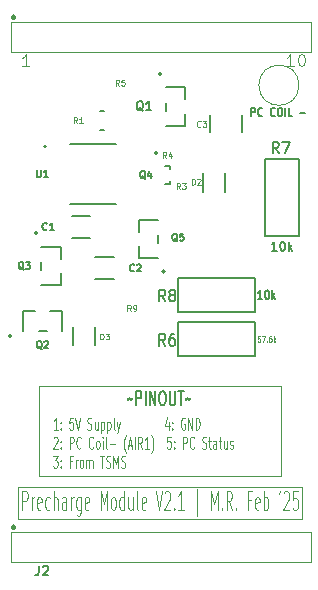
<source format=gbr>
%TF.GenerationSoftware,KiCad,Pcbnew,8.0.8*%
%TF.CreationDate,2025-02-16T23:43:51-05:00*%
%TF.ProjectId,Precharge Module V2.1,50726563-6861-4726-9765-204d6f64756c,rev?*%
%TF.SameCoordinates,Original*%
%TF.FileFunction,Legend,Top*%
%TF.FilePolarity,Positive*%
%FSLAX46Y46*%
G04 Gerber Fmt 4.6, Leading zero omitted, Abs format (unit mm)*
G04 Created by KiCad (PCBNEW 8.0.8) date 2025-02-16 23:43:51*
%MOMM*%
%LPD*%
G01*
G04 APERTURE LIST*
%ADD10C,0.100000*%
%ADD11C,0.150000*%
%ADD12C,0.125000*%
%ADD13C,0.152400*%
%ADD14C,0.120000*%
%ADD15C,0.076200*%
%ADD16C,0.254000*%
%ADD17C,0.127000*%
%ADD18C,0.200000*%
G04 APERTURE END LIST*
D10*
X51903596Y-55000000D02*
X72422405Y-55000000D01*
X72422405Y-62600000D01*
X51903596Y-62600000D01*
X51903596Y-55000000D01*
X50163000Y-63500000D02*
X74163000Y-63500000D01*
X74163000Y-66200000D01*
X50163000Y-66200000D01*
X50163000Y-63500000D01*
X51101503Y-27872419D02*
X50530075Y-27872419D01*
X50815789Y-27872419D02*
X50815789Y-26872419D01*
X50815789Y-26872419D02*
X50720551Y-27015276D01*
X50720551Y-27015276D02*
X50625313Y-27110514D01*
X50625313Y-27110514D02*
X50530075Y-27158133D01*
X53524503Y-58652531D02*
X53181646Y-58652531D01*
X53353075Y-58652531D02*
X53353075Y-57652531D01*
X53353075Y-57652531D02*
X53295932Y-57795388D01*
X53295932Y-57795388D02*
X53238789Y-57890626D01*
X53238789Y-57890626D02*
X53181646Y-57938245D01*
X53781647Y-58557292D02*
X53810218Y-58604912D01*
X53810218Y-58604912D02*
X53781647Y-58652531D01*
X53781647Y-58652531D02*
X53753075Y-58604912D01*
X53753075Y-58604912D02*
X53781647Y-58557292D01*
X53781647Y-58557292D02*
X53781647Y-58652531D01*
X53781647Y-58033483D02*
X53810218Y-58081102D01*
X53810218Y-58081102D02*
X53781647Y-58128721D01*
X53781647Y-58128721D02*
X53753075Y-58081102D01*
X53753075Y-58081102D02*
X53781647Y-58033483D01*
X53781647Y-58033483D02*
X53781647Y-58128721D01*
X54810218Y-57652531D02*
X54524504Y-57652531D01*
X54524504Y-57652531D02*
X54495932Y-58128721D01*
X54495932Y-58128721D02*
X54524504Y-58081102D01*
X54524504Y-58081102D02*
X54581647Y-58033483D01*
X54581647Y-58033483D02*
X54724504Y-58033483D01*
X54724504Y-58033483D02*
X54781647Y-58081102D01*
X54781647Y-58081102D02*
X54810218Y-58128721D01*
X54810218Y-58128721D02*
X54838789Y-58223959D01*
X54838789Y-58223959D02*
X54838789Y-58462054D01*
X54838789Y-58462054D02*
X54810218Y-58557292D01*
X54810218Y-58557292D02*
X54781647Y-58604912D01*
X54781647Y-58604912D02*
X54724504Y-58652531D01*
X54724504Y-58652531D02*
X54581647Y-58652531D01*
X54581647Y-58652531D02*
X54524504Y-58604912D01*
X54524504Y-58604912D02*
X54495932Y-58557292D01*
X55010218Y-57652531D02*
X55210218Y-58652531D01*
X55210218Y-58652531D02*
X55410218Y-57652531D01*
X56038790Y-58604912D02*
X56124505Y-58652531D01*
X56124505Y-58652531D02*
X56267362Y-58652531D01*
X56267362Y-58652531D02*
X56324505Y-58604912D01*
X56324505Y-58604912D02*
X56353076Y-58557292D01*
X56353076Y-58557292D02*
X56381647Y-58462054D01*
X56381647Y-58462054D02*
X56381647Y-58366816D01*
X56381647Y-58366816D02*
X56353076Y-58271578D01*
X56353076Y-58271578D02*
X56324505Y-58223959D01*
X56324505Y-58223959D02*
X56267362Y-58176340D01*
X56267362Y-58176340D02*
X56153076Y-58128721D01*
X56153076Y-58128721D02*
X56095933Y-58081102D01*
X56095933Y-58081102D02*
X56067362Y-58033483D01*
X56067362Y-58033483D02*
X56038790Y-57938245D01*
X56038790Y-57938245D02*
X56038790Y-57843007D01*
X56038790Y-57843007D02*
X56067362Y-57747769D01*
X56067362Y-57747769D02*
X56095933Y-57700150D01*
X56095933Y-57700150D02*
X56153076Y-57652531D01*
X56153076Y-57652531D02*
X56295933Y-57652531D01*
X56295933Y-57652531D02*
X56381647Y-57700150D01*
X56895934Y-57985864D02*
X56895934Y-58652531D01*
X56638791Y-57985864D02*
X56638791Y-58509673D01*
X56638791Y-58509673D02*
X56667362Y-58604912D01*
X56667362Y-58604912D02*
X56724505Y-58652531D01*
X56724505Y-58652531D02*
X56810219Y-58652531D01*
X56810219Y-58652531D02*
X56867362Y-58604912D01*
X56867362Y-58604912D02*
X56895934Y-58557292D01*
X57181648Y-57985864D02*
X57181648Y-58985864D01*
X57181648Y-58033483D02*
X57238791Y-57985864D01*
X57238791Y-57985864D02*
X57353076Y-57985864D01*
X57353076Y-57985864D02*
X57410219Y-58033483D01*
X57410219Y-58033483D02*
X57438791Y-58081102D01*
X57438791Y-58081102D02*
X57467362Y-58176340D01*
X57467362Y-58176340D02*
X57467362Y-58462054D01*
X57467362Y-58462054D02*
X57438791Y-58557292D01*
X57438791Y-58557292D02*
X57410219Y-58604912D01*
X57410219Y-58604912D02*
X57353076Y-58652531D01*
X57353076Y-58652531D02*
X57238791Y-58652531D01*
X57238791Y-58652531D02*
X57181648Y-58604912D01*
X57724505Y-57985864D02*
X57724505Y-58985864D01*
X57724505Y-58033483D02*
X57781648Y-57985864D01*
X57781648Y-57985864D02*
X57895933Y-57985864D01*
X57895933Y-57985864D02*
X57953076Y-58033483D01*
X57953076Y-58033483D02*
X57981648Y-58081102D01*
X57981648Y-58081102D02*
X58010219Y-58176340D01*
X58010219Y-58176340D02*
X58010219Y-58462054D01*
X58010219Y-58462054D02*
X57981648Y-58557292D01*
X57981648Y-58557292D02*
X57953076Y-58604912D01*
X57953076Y-58604912D02*
X57895933Y-58652531D01*
X57895933Y-58652531D02*
X57781648Y-58652531D01*
X57781648Y-58652531D02*
X57724505Y-58604912D01*
X58353076Y-58652531D02*
X58295933Y-58604912D01*
X58295933Y-58604912D02*
X58267362Y-58509673D01*
X58267362Y-58509673D02*
X58267362Y-57652531D01*
X58524505Y-57985864D02*
X58667362Y-58652531D01*
X58810219Y-57985864D02*
X58667362Y-58652531D01*
X58667362Y-58652531D02*
X58610219Y-58890626D01*
X58610219Y-58890626D02*
X58581648Y-58938245D01*
X58581648Y-58938245D02*
X58524505Y-58985864D01*
X62924503Y-57985864D02*
X62924503Y-58652531D01*
X62781645Y-57604912D02*
X62638788Y-58319197D01*
X62638788Y-58319197D02*
X63010217Y-58319197D01*
X63238789Y-58557292D02*
X63267360Y-58604912D01*
X63267360Y-58604912D02*
X63238789Y-58652531D01*
X63238789Y-58652531D02*
X63210217Y-58604912D01*
X63210217Y-58604912D02*
X63238789Y-58557292D01*
X63238789Y-58557292D02*
X63238789Y-58652531D01*
X63238789Y-58033483D02*
X63267360Y-58081102D01*
X63267360Y-58081102D02*
X63238789Y-58128721D01*
X63238789Y-58128721D02*
X63210217Y-58081102D01*
X63210217Y-58081102D02*
X63238789Y-58033483D01*
X63238789Y-58033483D02*
X63238789Y-58128721D01*
X64295931Y-57700150D02*
X64238789Y-57652531D01*
X64238789Y-57652531D02*
X64153074Y-57652531D01*
X64153074Y-57652531D02*
X64067360Y-57700150D01*
X64067360Y-57700150D02*
X64010217Y-57795388D01*
X64010217Y-57795388D02*
X63981646Y-57890626D01*
X63981646Y-57890626D02*
X63953074Y-58081102D01*
X63953074Y-58081102D02*
X63953074Y-58223959D01*
X63953074Y-58223959D02*
X63981646Y-58414435D01*
X63981646Y-58414435D02*
X64010217Y-58509673D01*
X64010217Y-58509673D02*
X64067360Y-58604912D01*
X64067360Y-58604912D02*
X64153074Y-58652531D01*
X64153074Y-58652531D02*
X64210217Y-58652531D01*
X64210217Y-58652531D02*
X64295931Y-58604912D01*
X64295931Y-58604912D02*
X64324503Y-58557292D01*
X64324503Y-58557292D02*
X64324503Y-58223959D01*
X64324503Y-58223959D02*
X64210217Y-58223959D01*
X64581646Y-58652531D02*
X64581646Y-57652531D01*
X64581646Y-57652531D02*
X64924503Y-58652531D01*
X64924503Y-58652531D02*
X64924503Y-57652531D01*
X65210217Y-58652531D02*
X65210217Y-57652531D01*
X65210217Y-57652531D02*
X65353074Y-57652531D01*
X65353074Y-57652531D02*
X65438788Y-57700150D01*
X65438788Y-57700150D02*
X65495931Y-57795388D01*
X65495931Y-57795388D02*
X65524502Y-57890626D01*
X65524502Y-57890626D02*
X65553074Y-58081102D01*
X65553074Y-58081102D02*
X65553074Y-58223959D01*
X65553074Y-58223959D02*
X65524502Y-58414435D01*
X65524502Y-58414435D02*
X65495931Y-58509673D01*
X65495931Y-58509673D02*
X65438788Y-58604912D01*
X65438788Y-58604912D02*
X65353074Y-58652531D01*
X65353074Y-58652531D02*
X65210217Y-58652531D01*
X53181646Y-59357713D02*
X53210218Y-59310094D01*
X53210218Y-59310094D02*
X53267361Y-59262475D01*
X53267361Y-59262475D02*
X53410218Y-59262475D01*
X53410218Y-59262475D02*
X53467361Y-59310094D01*
X53467361Y-59310094D02*
X53495932Y-59357713D01*
X53495932Y-59357713D02*
X53524503Y-59452951D01*
X53524503Y-59452951D02*
X53524503Y-59548189D01*
X53524503Y-59548189D02*
X53495932Y-59691046D01*
X53495932Y-59691046D02*
X53153075Y-60262475D01*
X53153075Y-60262475D02*
X53524503Y-60262475D01*
X53781647Y-60167236D02*
X53810218Y-60214856D01*
X53810218Y-60214856D02*
X53781647Y-60262475D01*
X53781647Y-60262475D02*
X53753075Y-60214856D01*
X53753075Y-60214856D02*
X53781647Y-60167236D01*
X53781647Y-60167236D02*
X53781647Y-60262475D01*
X53781647Y-59643427D02*
X53810218Y-59691046D01*
X53810218Y-59691046D02*
X53781647Y-59738665D01*
X53781647Y-59738665D02*
X53753075Y-59691046D01*
X53753075Y-59691046D02*
X53781647Y-59643427D01*
X53781647Y-59643427D02*
X53781647Y-59738665D01*
X54524504Y-60262475D02*
X54524504Y-59262475D01*
X54524504Y-59262475D02*
X54753075Y-59262475D01*
X54753075Y-59262475D02*
X54810218Y-59310094D01*
X54810218Y-59310094D02*
X54838789Y-59357713D01*
X54838789Y-59357713D02*
X54867361Y-59452951D01*
X54867361Y-59452951D02*
X54867361Y-59595808D01*
X54867361Y-59595808D02*
X54838789Y-59691046D01*
X54838789Y-59691046D02*
X54810218Y-59738665D01*
X54810218Y-59738665D02*
X54753075Y-59786284D01*
X54753075Y-59786284D02*
X54524504Y-59786284D01*
X55467361Y-60167236D02*
X55438789Y-60214856D01*
X55438789Y-60214856D02*
X55353075Y-60262475D01*
X55353075Y-60262475D02*
X55295932Y-60262475D01*
X55295932Y-60262475D02*
X55210218Y-60214856D01*
X55210218Y-60214856D02*
X55153075Y-60119617D01*
X55153075Y-60119617D02*
X55124504Y-60024379D01*
X55124504Y-60024379D02*
X55095932Y-59833903D01*
X55095932Y-59833903D02*
X55095932Y-59691046D01*
X55095932Y-59691046D02*
X55124504Y-59500570D01*
X55124504Y-59500570D02*
X55153075Y-59405332D01*
X55153075Y-59405332D02*
X55210218Y-59310094D01*
X55210218Y-59310094D02*
X55295932Y-59262475D01*
X55295932Y-59262475D02*
X55353075Y-59262475D01*
X55353075Y-59262475D02*
X55438789Y-59310094D01*
X55438789Y-59310094D02*
X55467361Y-59357713D01*
X56524504Y-60167236D02*
X56495932Y-60214856D01*
X56495932Y-60214856D02*
X56410218Y-60262475D01*
X56410218Y-60262475D02*
X56353075Y-60262475D01*
X56353075Y-60262475D02*
X56267361Y-60214856D01*
X56267361Y-60214856D02*
X56210218Y-60119617D01*
X56210218Y-60119617D02*
X56181647Y-60024379D01*
X56181647Y-60024379D02*
X56153075Y-59833903D01*
X56153075Y-59833903D02*
X56153075Y-59691046D01*
X56153075Y-59691046D02*
X56181647Y-59500570D01*
X56181647Y-59500570D02*
X56210218Y-59405332D01*
X56210218Y-59405332D02*
X56267361Y-59310094D01*
X56267361Y-59310094D02*
X56353075Y-59262475D01*
X56353075Y-59262475D02*
X56410218Y-59262475D01*
X56410218Y-59262475D02*
X56495932Y-59310094D01*
X56495932Y-59310094D02*
X56524504Y-59357713D01*
X56867361Y-60262475D02*
X56810218Y-60214856D01*
X56810218Y-60214856D02*
X56781647Y-60167236D01*
X56781647Y-60167236D02*
X56753075Y-60071998D01*
X56753075Y-60071998D02*
X56753075Y-59786284D01*
X56753075Y-59786284D02*
X56781647Y-59691046D01*
X56781647Y-59691046D02*
X56810218Y-59643427D01*
X56810218Y-59643427D02*
X56867361Y-59595808D01*
X56867361Y-59595808D02*
X56953075Y-59595808D01*
X56953075Y-59595808D02*
X57010218Y-59643427D01*
X57010218Y-59643427D02*
X57038790Y-59691046D01*
X57038790Y-59691046D02*
X57067361Y-59786284D01*
X57067361Y-59786284D02*
X57067361Y-60071998D01*
X57067361Y-60071998D02*
X57038790Y-60167236D01*
X57038790Y-60167236D02*
X57010218Y-60214856D01*
X57010218Y-60214856D02*
X56953075Y-60262475D01*
X56953075Y-60262475D02*
X56867361Y-60262475D01*
X57324504Y-60262475D02*
X57324504Y-59595808D01*
X57324504Y-59262475D02*
X57295932Y-59310094D01*
X57295932Y-59310094D02*
X57324504Y-59357713D01*
X57324504Y-59357713D02*
X57353075Y-59310094D01*
X57353075Y-59310094D02*
X57324504Y-59262475D01*
X57324504Y-59262475D02*
X57324504Y-59357713D01*
X57695932Y-60262475D02*
X57638789Y-60214856D01*
X57638789Y-60214856D02*
X57610218Y-60119617D01*
X57610218Y-60119617D02*
X57610218Y-59262475D01*
X57924504Y-59881522D02*
X58381647Y-59881522D01*
X59295932Y-60643427D02*
X59267361Y-60595808D01*
X59267361Y-60595808D02*
X59210218Y-60452951D01*
X59210218Y-60452951D02*
X59181647Y-60357713D01*
X59181647Y-60357713D02*
X59153075Y-60214856D01*
X59153075Y-60214856D02*
X59124504Y-59976760D01*
X59124504Y-59976760D02*
X59124504Y-59786284D01*
X59124504Y-59786284D02*
X59153075Y-59548189D01*
X59153075Y-59548189D02*
X59181647Y-59405332D01*
X59181647Y-59405332D02*
X59210218Y-59310094D01*
X59210218Y-59310094D02*
X59267361Y-59167236D01*
X59267361Y-59167236D02*
X59295932Y-59119617D01*
X59495932Y-59976760D02*
X59781647Y-59976760D01*
X59438789Y-60262475D02*
X59638789Y-59262475D01*
X59638789Y-59262475D02*
X59838789Y-60262475D01*
X60038790Y-60262475D02*
X60038790Y-59262475D01*
X60667361Y-60262475D02*
X60467361Y-59786284D01*
X60324504Y-60262475D02*
X60324504Y-59262475D01*
X60324504Y-59262475D02*
X60553075Y-59262475D01*
X60553075Y-59262475D02*
X60610218Y-59310094D01*
X60610218Y-59310094D02*
X60638789Y-59357713D01*
X60638789Y-59357713D02*
X60667361Y-59452951D01*
X60667361Y-59452951D02*
X60667361Y-59595808D01*
X60667361Y-59595808D02*
X60638789Y-59691046D01*
X60638789Y-59691046D02*
X60610218Y-59738665D01*
X60610218Y-59738665D02*
X60553075Y-59786284D01*
X60553075Y-59786284D02*
X60324504Y-59786284D01*
X61238789Y-60262475D02*
X60895932Y-60262475D01*
X61067361Y-60262475D02*
X61067361Y-59262475D01*
X61067361Y-59262475D02*
X61010218Y-59405332D01*
X61010218Y-59405332D02*
X60953075Y-59500570D01*
X60953075Y-59500570D02*
X60895932Y-59548189D01*
X61438790Y-60643427D02*
X61467361Y-60595808D01*
X61467361Y-60595808D02*
X61524504Y-60452951D01*
X61524504Y-60452951D02*
X61553076Y-60357713D01*
X61553076Y-60357713D02*
X61581647Y-60214856D01*
X61581647Y-60214856D02*
X61610218Y-59976760D01*
X61610218Y-59976760D02*
X61610218Y-59786284D01*
X61610218Y-59786284D02*
X61581647Y-59548189D01*
X61581647Y-59548189D02*
X61553076Y-59405332D01*
X61553076Y-59405332D02*
X61524504Y-59310094D01*
X61524504Y-59310094D02*
X61467361Y-59167236D01*
X61467361Y-59167236D02*
X61438790Y-59119617D01*
X63095933Y-59262475D02*
X62810219Y-59262475D01*
X62810219Y-59262475D02*
X62781647Y-59738665D01*
X62781647Y-59738665D02*
X62810219Y-59691046D01*
X62810219Y-59691046D02*
X62867362Y-59643427D01*
X62867362Y-59643427D02*
X63010219Y-59643427D01*
X63010219Y-59643427D02*
X63067362Y-59691046D01*
X63067362Y-59691046D02*
X63095933Y-59738665D01*
X63095933Y-59738665D02*
X63124504Y-59833903D01*
X63124504Y-59833903D02*
X63124504Y-60071998D01*
X63124504Y-60071998D02*
X63095933Y-60167236D01*
X63095933Y-60167236D02*
X63067362Y-60214856D01*
X63067362Y-60214856D02*
X63010219Y-60262475D01*
X63010219Y-60262475D02*
X62867362Y-60262475D01*
X62867362Y-60262475D02*
X62810219Y-60214856D01*
X62810219Y-60214856D02*
X62781647Y-60167236D01*
X63381648Y-60167236D02*
X63410219Y-60214856D01*
X63410219Y-60214856D02*
X63381648Y-60262475D01*
X63381648Y-60262475D02*
X63353076Y-60214856D01*
X63353076Y-60214856D02*
X63381648Y-60167236D01*
X63381648Y-60167236D02*
X63381648Y-60262475D01*
X63381648Y-59643427D02*
X63410219Y-59691046D01*
X63410219Y-59691046D02*
X63381648Y-59738665D01*
X63381648Y-59738665D02*
X63353076Y-59691046D01*
X63353076Y-59691046D02*
X63381648Y-59643427D01*
X63381648Y-59643427D02*
X63381648Y-59738665D01*
X64124505Y-60262475D02*
X64124505Y-59262475D01*
X64124505Y-59262475D02*
X64353076Y-59262475D01*
X64353076Y-59262475D02*
X64410219Y-59310094D01*
X64410219Y-59310094D02*
X64438790Y-59357713D01*
X64438790Y-59357713D02*
X64467362Y-59452951D01*
X64467362Y-59452951D02*
X64467362Y-59595808D01*
X64467362Y-59595808D02*
X64438790Y-59691046D01*
X64438790Y-59691046D02*
X64410219Y-59738665D01*
X64410219Y-59738665D02*
X64353076Y-59786284D01*
X64353076Y-59786284D02*
X64124505Y-59786284D01*
X65067362Y-60167236D02*
X65038790Y-60214856D01*
X65038790Y-60214856D02*
X64953076Y-60262475D01*
X64953076Y-60262475D02*
X64895933Y-60262475D01*
X64895933Y-60262475D02*
X64810219Y-60214856D01*
X64810219Y-60214856D02*
X64753076Y-60119617D01*
X64753076Y-60119617D02*
X64724505Y-60024379D01*
X64724505Y-60024379D02*
X64695933Y-59833903D01*
X64695933Y-59833903D02*
X64695933Y-59691046D01*
X64695933Y-59691046D02*
X64724505Y-59500570D01*
X64724505Y-59500570D02*
X64753076Y-59405332D01*
X64753076Y-59405332D02*
X64810219Y-59310094D01*
X64810219Y-59310094D02*
X64895933Y-59262475D01*
X64895933Y-59262475D02*
X64953076Y-59262475D01*
X64953076Y-59262475D02*
X65038790Y-59310094D01*
X65038790Y-59310094D02*
X65067362Y-59357713D01*
X65753076Y-60214856D02*
X65838791Y-60262475D01*
X65838791Y-60262475D02*
X65981648Y-60262475D01*
X65981648Y-60262475D02*
X66038791Y-60214856D01*
X66038791Y-60214856D02*
X66067362Y-60167236D01*
X66067362Y-60167236D02*
X66095933Y-60071998D01*
X66095933Y-60071998D02*
X66095933Y-59976760D01*
X66095933Y-59976760D02*
X66067362Y-59881522D01*
X66067362Y-59881522D02*
X66038791Y-59833903D01*
X66038791Y-59833903D02*
X65981648Y-59786284D01*
X65981648Y-59786284D02*
X65867362Y-59738665D01*
X65867362Y-59738665D02*
X65810219Y-59691046D01*
X65810219Y-59691046D02*
X65781648Y-59643427D01*
X65781648Y-59643427D02*
X65753076Y-59548189D01*
X65753076Y-59548189D02*
X65753076Y-59452951D01*
X65753076Y-59452951D02*
X65781648Y-59357713D01*
X65781648Y-59357713D02*
X65810219Y-59310094D01*
X65810219Y-59310094D02*
X65867362Y-59262475D01*
X65867362Y-59262475D02*
X66010219Y-59262475D01*
X66010219Y-59262475D02*
X66095933Y-59310094D01*
X66267362Y-59595808D02*
X66495934Y-59595808D01*
X66353077Y-59262475D02*
X66353077Y-60119617D01*
X66353077Y-60119617D02*
X66381648Y-60214856D01*
X66381648Y-60214856D02*
X66438791Y-60262475D01*
X66438791Y-60262475D02*
X66495934Y-60262475D01*
X66953077Y-60262475D02*
X66953077Y-59738665D01*
X66953077Y-59738665D02*
X66924505Y-59643427D01*
X66924505Y-59643427D02*
X66867362Y-59595808D01*
X66867362Y-59595808D02*
X66753077Y-59595808D01*
X66753077Y-59595808D02*
X66695934Y-59643427D01*
X66953077Y-60214856D02*
X66895934Y-60262475D01*
X66895934Y-60262475D02*
X66753077Y-60262475D01*
X66753077Y-60262475D02*
X66695934Y-60214856D01*
X66695934Y-60214856D02*
X66667362Y-60119617D01*
X66667362Y-60119617D02*
X66667362Y-60024379D01*
X66667362Y-60024379D02*
X66695934Y-59929141D01*
X66695934Y-59929141D02*
X66753077Y-59881522D01*
X66753077Y-59881522D02*
X66895934Y-59881522D01*
X66895934Y-59881522D02*
X66953077Y-59833903D01*
X67153076Y-59595808D02*
X67381648Y-59595808D01*
X67238791Y-59262475D02*
X67238791Y-60119617D01*
X67238791Y-60119617D02*
X67267362Y-60214856D01*
X67267362Y-60214856D02*
X67324505Y-60262475D01*
X67324505Y-60262475D02*
X67381648Y-60262475D01*
X67838791Y-59595808D02*
X67838791Y-60262475D01*
X67581648Y-59595808D02*
X67581648Y-60119617D01*
X67581648Y-60119617D02*
X67610219Y-60214856D01*
X67610219Y-60214856D02*
X67667362Y-60262475D01*
X67667362Y-60262475D02*
X67753076Y-60262475D01*
X67753076Y-60262475D02*
X67810219Y-60214856D01*
X67810219Y-60214856D02*
X67838791Y-60167236D01*
X68095933Y-60214856D02*
X68153076Y-60262475D01*
X68153076Y-60262475D02*
X68267362Y-60262475D01*
X68267362Y-60262475D02*
X68324505Y-60214856D01*
X68324505Y-60214856D02*
X68353076Y-60119617D01*
X68353076Y-60119617D02*
X68353076Y-60071998D01*
X68353076Y-60071998D02*
X68324505Y-59976760D01*
X68324505Y-59976760D02*
X68267362Y-59929141D01*
X68267362Y-59929141D02*
X68181648Y-59929141D01*
X68181648Y-59929141D02*
X68124505Y-59881522D01*
X68124505Y-59881522D02*
X68095933Y-59786284D01*
X68095933Y-59786284D02*
X68095933Y-59738665D01*
X68095933Y-59738665D02*
X68124505Y-59643427D01*
X68124505Y-59643427D02*
X68181648Y-59595808D01*
X68181648Y-59595808D02*
X68267362Y-59595808D01*
X68267362Y-59595808D02*
X68324505Y-59643427D01*
X53153075Y-60872419D02*
X53524503Y-60872419D01*
X53524503Y-60872419D02*
X53324503Y-61253371D01*
X53324503Y-61253371D02*
X53410218Y-61253371D01*
X53410218Y-61253371D02*
X53467361Y-61300990D01*
X53467361Y-61300990D02*
X53495932Y-61348609D01*
X53495932Y-61348609D02*
X53524503Y-61443847D01*
X53524503Y-61443847D02*
X53524503Y-61681942D01*
X53524503Y-61681942D02*
X53495932Y-61777180D01*
X53495932Y-61777180D02*
X53467361Y-61824800D01*
X53467361Y-61824800D02*
X53410218Y-61872419D01*
X53410218Y-61872419D02*
X53238789Y-61872419D01*
X53238789Y-61872419D02*
X53181646Y-61824800D01*
X53181646Y-61824800D02*
X53153075Y-61777180D01*
X53781647Y-61777180D02*
X53810218Y-61824800D01*
X53810218Y-61824800D02*
X53781647Y-61872419D01*
X53781647Y-61872419D02*
X53753075Y-61824800D01*
X53753075Y-61824800D02*
X53781647Y-61777180D01*
X53781647Y-61777180D02*
X53781647Y-61872419D01*
X53781647Y-61253371D02*
X53810218Y-61300990D01*
X53810218Y-61300990D02*
X53781647Y-61348609D01*
X53781647Y-61348609D02*
X53753075Y-61300990D01*
X53753075Y-61300990D02*
X53781647Y-61253371D01*
X53781647Y-61253371D02*
X53781647Y-61348609D01*
X54724504Y-61348609D02*
X54524504Y-61348609D01*
X54524504Y-61872419D02*
X54524504Y-60872419D01*
X54524504Y-60872419D02*
X54810218Y-60872419D01*
X55038790Y-61872419D02*
X55038790Y-61205752D01*
X55038790Y-61396228D02*
X55067361Y-61300990D01*
X55067361Y-61300990D02*
X55095933Y-61253371D01*
X55095933Y-61253371D02*
X55153075Y-61205752D01*
X55153075Y-61205752D02*
X55210218Y-61205752D01*
X55495933Y-61872419D02*
X55438790Y-61824800D01*
X55438790Y-61824800D02*
X55410219Y-61777180D01*
X55410219Y-61777180D02*
X55381647Y-61681942D01*
X55381647Y-61681942D02*
X55381647Y-61396228D01*
X55381647Y-61396228D02*
X55410219Y-61300990D01*
X55410219Y-61300990D02*
X55438790Y-61253371D01*
X55438790Y-61253371D02*
X55495933Y-61205752D01*
X55495933Y-61205752D02*
X55581647Y-61205752D01*
X55581647Y-61205752D02*
X55638790Y-61253371D01*
X55638790Y-61253371D02*
X55667362Y-61300990D01*
X55667362Y-61300990D02*
X55695933Y-61396228D01*
X55695933Y-61396228D02*
X55695933Y-61681942D01*
X55695933Y-61681942D02*
X55667362Y-61777180D01*
X55667362Y-61777180D02*
X55638790Y-61824800D01*
X55638790Y-61824800D02*
X55581647Y-61872419D01*
X55581647Y-61872419D02*
X55495933Y-61872419D01*
X55953076Y-61872419D02*
X55953076Y-61205752D01*
X55953076Y-61300990D02*
X55981647Y-61253371D01*
X55981647Y-61253371D02*
X56038790Y-61205752D01*
X56038790Y-61205752D02*
X56124504Y-61205752D01*
X56124504Y-61205752D02*
X56181647Y-61253371D01*
X56181647Y-61253371D02*
X56210219Y-61348609D01*
X56210219Y-61348609D02*
X56210219Y-61872419D01*
X56210219Y-61348609D02*
X56238790Y-61253371D01*
X56238790Y-61253371D02*
X56295933Y-61205752D01*
X56295933Y-61205752D02*
X56381647Y-61205752D01*
X56381647Y-61205752D02*
X56438790Y-61253371D01*
X56438790Y-61253371D02*
X56467361Y-61348609D01*
X56467361Y-61348609D02*
X56467361Y-61872419D01*
X57124504Y-60872419D02*
X57467362Y-60872419D01*
X57295933Y-61872419D02*
X57295933Y-60872419D01*
X57638790Y-61824800D02*
X57724505Y-61872419D01*
X57724505Y-61872419D02*
X57867362Y-61872419D01*
X57867362Y-61872419D02*
X57924505Y-61824800D01*
X57924505Y-61824800D02*
X57953076Y-61777180D01*
X57953076Y-61777180D02*
X57981647Y-61681942D01*
X57981647Y-61681942D02*
X57981647Y-61586704D01*
X57981647Y-61586704D02*
X57953076Y-61491466D01*
X57953076Y-61491466D02*
X57924505Y-61443847D01*
X57924505Y-61443847D02*
X57867362Y-61396228D01*
X57867362Y-61396228D02*
X57753076Y-61348609D01*
X57753076Y-61348609D02*
X57695933Y-61300990D01*
X57695933Y-61300990D02*
X57667362Y-61253371D01*
X57667362Y-61253371D02*
X57638790Y-61158133D01*
X57638790Y-61158133D02*
X57638790Y-61062895D01*
X57638790Y-61062895D02*
X57667362Y-60967657D01*
X57667362Y-60967657D02*
X57695933Y-60920038D01*
X57695933Y-60920038D02*
X57753076Y-60872419D01*
X57753076Y-60872419D02*
X57895933Y-60872419D01*
X57895933Y-60872419D02*
X57981647Y-60920038D01*
X58238791Y-61872419D02*
X58238791Y-60872419D01*
X58238791Y-60872419D02*
X58438791Y-61586704D01*
X58438791Y-61586704D02*
X58638791Y-60872419D01*
X58638791Y-60872419D02*
X58638791Y-61872419D01*
X58895933Y-61824800D02*
X58981648Y-61872419D01*
X58981648Y-61872419D02*
X59124505Y-61872419D01*
X59124505Y-61872419D02*
X59181648Y-61824800D01*
X59181648Y-61824800D02*
X59210219Y-61777180D01*
X59210219Y-61777180D02*
X59238790Y-61681942D01*
X59238790Y-61681942D02*
X59238790Y-61586704D01*
X59238790Y-61586704D02*
X59210219Y-61491466D01*
X59210219Y-61491466D02*
X59181648Y-61443847D01*
X59181648Y-61443847D02*
X59124505Y-61396228D01*
X59124505Y-61396228D02*
X59010219Y-61348609D01*
X59010219Y-61348609D02*
X58953076Y-61300990D01*
X58953076Y-61300990D02*
X58924505Y-61253371D01*
X58924505Y-61253371D02*
X58895933Y-61158133D01*
X58895933Y-61158133D02*
X58895933Y-61062895D01*
X58895933Y-61062895D02*
X58924505Y-60967657D01*
X58924505Y-60967657D02*
X58953076Y-60920038D01*
X58953076Y-60920038D02*
X59010219Y-60872419D01*
X59010219Y-60872419D02*
X59153076Y-60872419D01*
X59153076Y-60872419D02*
X59238790Y-60920038D01*
X73485312Y-27872419D02*
X72913884Y-27872419D01*
X73199598Y-27872419D02*
X73199598Y-26872419D01*
X73199598Y-26872419D02*
X73104360Y-27015276D01*
X73104360Y-27015276D02*
X73009122Y-27110514D01*
X73009122Y-27110514D02*
X72913884Y-27158133D01*
X74104360Y-26872419D02*
X74199598Y-26872419D01*
X74199598Y-26872419D02*
X74294836Y-26920038D01*
X74294836Y-26920038D02*
X74342455Y-26967657D01*
X74342455Y-26967657D02*
X74390074Y-27062895D01*
X74390074Y-27062895D02*
X74437693Y-27253371D01*
X74437693Y-27253371D02*
X74437693Y-27491466D01*
X74437693Y-27491466D02*
X74390074Y-27681942D01*
X74390074Y-27681942D02*
X74342455Y-27777180D01*
X74342455Y-27777180D02*
X74294836Y-27824800D01*
X74294836Y-27824800D02*
X74199598Y-27872419D01*
X74199598Y-27872419D02*
X74104360Y-27872419D01*
X74104360Y-27872419D02*
X74009122Y-27824800D01*
X74009122Y-27824800D02*
X73961503Y-27777180D01*
X73961503Y-27777180D02*
X73913884Y-27681942D01*
X73913884Y-27681942D02*
X73866265Y-27491466D01*
X73866265Y-27491466D02*
X73866265Y-27253371D01*
X73866265Y-27253371D02*
X73913884Y-27062895D01*
X73913884Y-27062895D02*
X73961503Y-26967657D01*
X73961503Y-26967657D02*
X74009122Y-26920038D01*
X74009122Y-26920038D02*
X74104360Y-26872419D01*
D11*
X70855826Y-47600414D02*
X70512969Y-47600414D01*
X70684398Y-47600414D02*
X70684398Y-46850414D01*
X70684398Y-46850414D02*
X70627255Y-46957557D01*
X70627255Y-46957557D02*
X70570112Y-47028985D01*
X70570112Y-47028985D02*
X70512969Y-47064700D01*
X71227255Y-46850414D02*
X71284398Y-46850414D01*
X71284398Y-46850414D02*
X71341541Y-46886128D01*
X71341541Y-46886128D02*
X71370113Y-46921842D01*
X71370113Y-46921842D02*
X71398684Y-46993271D01*
X71398684Y-46993271D02*
X71427255Y-47136128D01*
X71427255Y-47136128D02*
X71427255Y-47314700D01*
X71427255Y-47314700D02*
X71398684Y-47457557D01*
X71398684Y-47457557D02*
X71370113Y-47528985D01*
X71370113Y-47528985D02*
X71341541Y-47564700D01*
X71341541Y-47564700D02*
X71284398Y-47600414D01*
X71284398Y-47600414D02*
X71227255Y-47600414D01*
X71227255Y-47600414D02*
X71170113Y-47564700D01*
X71170113Y-47564700D02*
X71141541Y-47528985D01*
X71141541Y-47528985D02*
X71112970Y-47457557D01*
X71112970Y-47457557D02*
X71084398Y-47314700D01*
X71084398Y-47314700D02*
X71084398Y-47136128D01*
X71084398Y-47136128D02*
X71112970Y-46993271D01*
X71112970Y-46993271D02*
X71141541Y-46921842D01*
X71141541Y-46921842D02*
X71170113Y-46886128D01*
X71170113Y-46886128D02*
X71227255Y-46850414D01*
X71684399Y-47600414D02*
X71684399Y-46850414D01*
X71741542Y-47314700D02*
X71912970Y-47600414D01*
X71912970Y-47100414D02*
X71684399Y-47386128D01*
X72070112Y-43500414D02*
X71641541Y-43500414D01*
X71855826Y-43500414D02*
X71855826Y-42750414D01*
X71855826Y-42750414D02*
X71784398Y-42857557D01*
X71784398Y-42857557D02*
X71712969Y-42928985D01*
X71712969Y-42928985D02*
X71641541Y-42964700D01*
X72534398Y-42750414D02*
X72605827Y-42750414D01*
X72605827Y-42750414D02*
X72677255Y-42786128D01*
X72677255Y-42786128D02*
X72712970Y-42821842D01*
X72712970Y-42821842D02*
X72748684Y-42893271D01*
X72748684Y-42893271D02*
X72784398Y-43036128D01*
X72784398Y-43036128D02*
X72784398Y-43214700D01*
X72784398Y-43214700D02*
X72748684Y-43357557D01*
X72748684Y-43357557D02*
X72712970Y-43428985D01*
X72712970Y-43428985D02*
X72677255Y-43464700D01*
X72677255Y-43464700D02*
X72605827Y-43500414D01*
X72605827Y-43500414D02*
X72534398Y-43500414D01*
X72534398Y-43500414D02*
X72462970Y-43464700D01*
X72462970Y-43464700D02*
X72427255Y-43428985D01*
X72427255Y-43428985D02*
X72391541Y-43357557D01*
X72391541Y-43357557D02*
X72355827Y-43214700D01*
X72355827Y-43214700D02*
X72355827Y-43036128D01*
X72355827Y-43036128D02*
X72391541Y-42893271D01*
X72391541Y-42893271D02*
X72427255Y-42821842D01*
X72427255Y-42821842D02*
X72462970Y-42786128D01*
X72462970Y-42786128D02*
X72534398Y-42750414D01*
X73105827Y-43500414D02*
X73105827Y-42750414D01*
X73177256Y-43214700D02*
X73391541Y-43500414D01*
X73391541Y-43000414D02*
X73105827Y-43286128D01*
D10*
X50520692Y-65437490D02*
X50520692Y-63837490D01*
X50520692Y-63837490D02*
X50825454Y-63837490D01*
X50825454Y-63837490D02*
X50901644Y-63913680D01*
X50901644Y-63913680D02*
X50939739Y-63989871D01*
X50939739Y-63989871D02*
X50977835Y-64142252D01*
X50977835Y-64142252D02*
X50977835Y-64370823D01*
X50977835Y-64370823D02*
X50939739Y-64523204D01*
X50939739Y-64523204D02*
X50901644Y-64599395D01*
X50901644Y-64599395D02*
X50825454Y-64675585D01*
X50825454Y-64675585D02*
X50520692Y-64675585D01*
X51320692Y-65437490D02*
X51320692Y-64370823D01*
X51320692Y-64675585D02*
X51358787Y-64523204D01*
X51358787Y-64523204D02*
X51396882Y-64447014D01*
X51396882Y-64447014D02*
X51473073Y-64370823D01*
X51473073Y-64370823D02*
X51549263Y-64370823D01*
X52120692Y-65361300D02*
X52044501Y-65437490D01*
X52044501Y-65437490D02*
X51892120Y-65437490D01*
X51892120Y-65437490D02*
X51815930Y-65361300D01*
X51815930Y-65361300D02*
X51777834Y-65208919D01*
X51777834Y-65208919D02*
X51777834Y-64599395D01*
X51777834Y-64599395D02*
X51815930Y-64447014D01*
X51815930Y-64447014D02*
X51892120Y-64370823D01*
X51892120Y-64370823D02*
X52044501Y-64370823D01*
X52044501Y-64370823D02*
X52120692Y-64447014D01*
X52120692Y-64447014D02*
X52158787Y-64599395D01*
X52158787Y-64599395D02*
X52158787Y-64751776D01*
X52158787Y-64751776D02*
X51777834Y-64904157D01*
X52844501Y-65361300D02*
X52768310Y-65437490D01*
X52768310Y-65437490D02*
X52615929Y-65437490D01*
X52615929Y-65437490D02*
X52539739Y-65361300D01*
X52539739Y-65361300D02*
X52501644Y-65285109D01*
X52501644Y-65285109D02*
X52463548Y-65132728D01*
X52463548Y-65132728D02*
X52463548Y-64675585D01*
X52463548Y-64675585D02*
X52501644Y-64523204D01*
X52501644Y-64523204D02*
X52539739Y-64447014D01*
X52539739Y-64447014D02*
X52615929Y-64370823D01*
X52615929Y-64370823D02*
X52768310Y-64370823D01*
X52768310Y-64370823D02*
X52844501Y-64447014D01*
X53187358Y-65437490D02*
X53187358Y-63837490D01*
X53530215Y-65437490D02*
X53530215Y-64599395D01*
X53530215Y-64599395D02*
X53492120Y-64447014D01*
X53492120Y-64447014D02*
X53415929Y-64370823D01*
X53415929Y-64370823D02*
X53301643Y-64370823D01*
X53301643Y-64370823D02*
X53225453Y-64447014D01*
X53225453Y-64447014D02*
X53187358Y-64523204D01*
X54254025Y-65437490D02*
X54254025Y-64599395D01*
X54254025Y-64599395D02*
X54215930Y-64447014D01*
X54215930Y-64447014D02*
X54139739Y-64370823D01*
X54139739Y-64370823D02*
X53987358Y-64370823D01*
X53987358Y-64370823D02*
X53911168Y-64447014D01*
X54254025Y-65361300D02*
X54177834Y-65437490D01*
X54177834Y-65437490D02*
X53987358Y-65437490D01*
X53987358Y-65437490D02*
X53911168Y-65361300D01*
X53911168Y-65361300D02*
X53873072Y-65208919D01*
X53873072Y-65208919D02*
X53873072Y-65056538D01*
X53873072Y-65056538D02*
X53911168Y-64904157D01*
X53911168Y-64904157D02*
X53987358Y-64827966D01*
X53987358Y-64827966D02*
X54177834Y-64827966D01*
X54177834Y-64827966D02*
X54254025Y-64751776D01*
X54634978Y-65437490D02*
X54634978Y-64370823D01*
X54634978Y-64675585D02*
X54673073Y-64523204D01*
X54673073Y-64523204D02*
X54711168Y-64447014D01*
X54711168Y-64447014D02*
X54787359Y-64370823D01*
X54787359Y-64370823D02*
X54863549Y-64370823D01*
X55473073Y-64370823D02*
X55473073Y-65666061D01*
X55473073Y-65666061D02*
X55434978Y-65818442D01*
X55434978Y-65818442D02*
X55396882Y-65894633D01*
X55396882Y-65894633D02*
X55320692Y-65970823D01*
X55320692Y-65970823D02*
X55206406Y-65970823D01*
X55206406Y-65970823D02*
X55130216Y-65894633D01*
X55473073Y-65361300D02*
X55396882Y-65437490D01*
X55396882Y-65437490D02*
X55244501Y-65437490D01*
X55244501Y-65437490D02*
X55168311Y-65361300D01*
X55168311Y-65361300D02*
X55130216Y-65285109D01*
X55130216Y-65285109D02*
X55092120Y-65132728D01*
X55092120Y-65132728D02*
X55092120Y-64675585D01*
X55092120Y-64675585D02*
X55130216Y-64523204D01*
X55130216Y-64523204D02*
X55168311Y-64447014D01*
X55168311Y-64447014D02*
X55244501Y-64370823D01*
X55244501Y-64370823D02*
X55396882Y-64370823D01*
X55396882Y-64370823D02*
X55473073Y-64447014D01*
X56158788Y-65361300D02*
X56082597Y-65437490D01*
X56082597Y-65437490D02*
X55930216Y-65437490D01*
X55930216Y-65437490D02*
X55854026Y-65361300D01*
X55854026Y-65361300D02*
X55815930Y-65208919D01*
X55815930Y-65208919D02*
X55815930Y-64599395D01*
X55815930Y-64599395D02*
X55854026Y-64447014D01*
X55854026Y-64447014D02*
X55930216Y-64370823D01*
X55930216Y-64370823D02*
X56082597Y-64370823D01*
X56082597Y-64370823D02*
X56158788Y-64447014D01*
X56158788Y-64447014D02*
X56196883Y-64599395D01*
X56196883Y-64599395D02*
X56196883Y-64751776D01*
X56196883Y-64751776D02*
X55815930Y-64904157D01*
X57149264Y-65437490D02*
X57149264Y-63837490D01*
X57149264Y-63837490D02*
X57415930Y-64980347D01*
X57415930Y-64980347D02*
X57682597Y-63837490D01*
X57682597Y-63837490D02*
X57682597Y-65437490D01*
X58177835Y-65437490D02*
X58101645Y-65361300D01*
X58101645Y-65361300D02*
X58063550Y-65285109D01*
X58063550Y-65285109D02*
X58025454Y-65132728D01*
X58025454Y-65132728D02*
X58025454Y-64675585D01*
X58025454Y-64675585D02*
X58063550Y-64523204D01*
X58063550Y-64523204D02*
X58101645Y-64447014D01*
X58101645Y-64447014D02*
X58177835Y-64370823D01*
X58177835Y-64370823D02*
X58292121Y-64370823D01*
X58292121Y-64370823D02*
X58368312Y-64447014D01*
X58368312Y-64447014D02*
X58406407Y-64523204D01*
X58406407Y-64523204D02*
X58444502Y-64675585D01*
X58444502Y-64675585D02*
X58444502Y-65132728D01*
X58444502Y-65132728D02*
X58406407Y-65285109D01*
X58406407Y-65285109D02*
X58368312Y-65361300D01*
X58368312Y-65361300D02*
X58292121Y-65437490D01*
X58292121Y-65437490D02*
X58177835Y-65437490D01*
X59130217Y-65437490D02*
X59130217Y-63837490D01*
X59130217Y-65361300D02*
X59054026Y-65437490D01*
X59054026Y-65437490D02*
X58901645Y-65437490D01*
X58901645Y-65437490D02*
X58825455Y-65361300D01*
X58825455Y-65361300D02*
X58787360Y-65285109D01*
X58787360Y-65285109D02*
X58749264Y-65132728D01*
X58749264Y-65132728D02*
X58749264Y-64675585D01*
X58749264Y-64675585D02*
X58787360Y-64523204D01*
X58787360Y-64523204D02*
X58825455Y-64447014D01*
X58825455Y-64447014D02*
X58901645Y-64370823D01*
X58901645Y-64370823D02*
X59054026Y-64370823D01*
X59054026Y-64370823D02*
X59130217Y-64447014D01*
X59854027Y-64370823D02*
X59854027Y-65437490D01*
X59511170Y-64370823D02*
X59511170Y-65208919D01*
X59511170Y-65208919D02*
X59549265Y-65361300D01*
X59549265Y-65361300D02*
X59625455Y-65437490D01*
X59625455Y-65437490D02*
X59739741Y-65437490D01*
X59739741Y-65437490D02*
X59815932Y-65361300D01*
X59815932Y-65361300D02*
X59854027Y-65285109D01*
X60349265Y-65437490D02*
X60273075Y-65361300D01*
X60273075Y-65361300D02*
X60234980Y-65208919D01*
X60234980Y-65208919D02*
X60234980Y-63837490D01*
X60958790Y-65361300D02*
X60882599Y-65437490D01*
X60882599Y-65437490D02*
X60730218Y-65437490D01*
X60730218Y-65437490D02*
X60654028Y-65361300D01*
X60654028Y-65361300D02*
X60615932Y-65208919D01*
X60615932Y-65208919D02*
X60615932Y-64599395D01*
X60615932Y-64599395D02*
X60654028Y-64447014D01*
X60654028Y-64447014D02*
X60730218Y-64370823D01*
X60730218Y-64370823D02*
X60882599Y-64370823D01*
X60882599Y-64370823D02*
X60958790Y-64447014D01*
X60958790Y-64447014D02*
X60996885Y-64599395D01*
X60996885Y-64599395D02*
X60996885Y-64751776D01*
X60996885Y-64751776D02*
X60615932Y-64904157D01*
X61834980Y-63837490D02*
X62101647Y-65437490D01*
X62101647Y-65437490D02*
X62368313Y-63837490D01*
X62596884Y-63989871D02*
X62634980Y-63913680D01*
X62634980Y-63913680D02*
X62711170Y-63837490D01*
X62711170Y-63837490D02*
X62901646Y-63837490D01*
X62901646Y-63837490D02*
X62977837Y-63913680D01*
X62977837Y-63913680D02*
X63015932Y-63989871D01*
X63015932Y-63989871D02*
X63054027Y-64142252D01*
X63054027Y-64142252D02*
X63054027Y-64294633D01*
X63054027Y-64294633D02*
X63015932Y-64523204D01*
X63015932Y-64523204D02*
X62558789Y-65437490D01*
X62558789Y-65437490D02*
X63054027Y-65437490D01*
X63396885Y-65285109D02*
X63434980Y-65361300D01*
X63434980Y-65361300D02*
X63396885Y-65437490D01*
X63396885Y-65437490D02*
X63358789Y-65361300D01*
X63358789Y-65361300D02*
X63396885Y-65285109D01*
X63396885Y-65285109D02*
X63396885Y-65437490D01*
X64196884Y-65437490D02*
X63739741Y-65437490D01*
X63968313Y-65437490D02*
X63968313Y-63837490D01*
X63968313Y-63837490D02*
X63892122Y-64066061D01*
X63892122Y-64066061D02*
X63815932Y-64218442D01*
X63815932Y-64218442D02*
X63739741Y-64294633D01*
X65339742Y-65970823D02*
X65339742Y-63685109D01*
X66520695Y-65437490D02*
X66520695Y-63837490D01*
X66520695Y-63837490D02*
X66787361Y-64980347D01*
X66787361Y-64980347D02*
X67054028Y-63837490D01*
X67054028Y-63837490D02*
X67054028Y-65437490D01*
X67434981Y-65285109D02*
X67473076Y-65361300D01*
X67473076Y-65361300D02*
X67434981Y-65437490D01*
X67434981Y-65437490D02*
X67396885Y-65361300D01*
X67396885Y-65361300D02*
X67434981Y-65285109D01*
X67434981Y-65285109D02*
X67434981Y-65437490D01*
X68273076Y-65437490D02*
X68006409Y-64675585D01*
X67815933Y-65437490D02*
X67815933Y-63837490D01*
X67815933Y-63837490D02*
X68120695Y-63837490D01*
X68120695Y-63837490D02*
X68196885Y-63913680D01*
X68196885Y-63913680D02*
X68234980Y-63989871D01*
X68234980Y-63989871D02*
X68273076Y-64142252D01*
X68273076Y-64142252D02*
X68273076Y-64370823D01*
X68273076Y-64370823D02*
X68234980Y-64523204D01*
X68234980Y-64523204D02*
X68196885Y-64599395D01*
X68196885Y-64599395D02*
X68120695Y-64675585D01*
X68120695Y-64675585D02*
X67815933Y-64675585D01*
X68615933Y-65285109D02*
X68654028Y-65361300D01*
X68654028Y-65361300D02*
X68615933Y-65437490D01*
X68615933Y-65437490D02*
X68577837Y-65361300D01*
X68577837Y-65361300D02*
X68615933Y-65285109D01*
X68615933Y-65285109D02*
X68615933Y-65437490D01*
X69873075Y-64599395D02*
X69606409Y-64599395D01*
X69606409Y-65437490D02*
X69606409Y-63837490D01*
X69606409Y-63837490D02*
X69987361Y-63837490D01*
X70596885Y-65361300D02*
X70520694Y-65437490D01*
X70520694Y-65437490D02*
X70368313Y-65437490D01*
X70368313Y-65437490D02*
X70292123Y-65361300D01*
X70292123Y-65361300D02*
X70254027Y-65208919D01*
X70254027Y-65208919D02*
X70254027Y-64599395D01*
X70254027Y-64599395D02*
X70292123Y-64447014D01*
X70292123Y-64447014D02*
X70368313Y-64370823D01*
X70368313Y-64370823D02*
X70520694Y-64370823D01*
X70520694Y-64370823D02*
X70596885Y-64447014D01*
X70596885Y-64447014D02*
X70634980Y-64599395D01*
X70634980Y-64599395D02*
X70634980Y-64751776D01*
X70634980Y-64751776D02*
X70254027Y-64904157D01*
X70977837Y-65437490D02*
X70977837Y-63837490D01*
X70977837Y-64447014D02*
X71054027Y-64370823D01*
X71054027Y-64370823D02*
X71206408Y-64370823D01*
X71206408Y-64370823D02*
X71282599Y-64447014D01*
X71282599Y-64447014D02*
X71320694Y-64523204D01*
X71320694Y-64523204D02*
X71358789Y-64675585D01*
X71358789Y-64675585D02*
X71358789Y-65132728D01*
X71358789Y-65132728D02*
X71320694Y-65285109D01*
X71320694Y-65285109D02*
X71282599Y-65361300D01*
X71282599Y-65361300D02*
X71206408Y-65437490D01*
X71206408Y-65437490D02*
X71054027Y-65437490D01*
X71054027Y-65437490D02*
X70977837Y-65361300D01*
X72349266Y-63837490D02*
X72273075Y-64142252D01*
X72654027Y-63989871D02*
X72692123Y-63913680D01*
X72692123Y-63913680D02*
X72768313Y-63837490D01*
X72768313Y-63837490D02*
X72958789Y-63837490D01*
X72958789Y-63837490D02*
X73034980Y-63913680D01*
X73034980Y-63913680D02*
X73073075Y-63989871D01*
X73073075Y-63989871D02*
X73111170Y-64142252D01*
X73111170Y-64142252D02*
X73111170Y-64294633D01*
X73111170Y-64294633D02*
X73073075Y-64523204D01*
X73073075Y-64523204D02*
X72615932Y-65437490D01*
X72615932Y-65437490D02*
X73111170Y-65437490D01*
X73834980Y-63837490D02*
X73454028Y-63837490D01*
X73454028Y-63837490D02*
X73415932Y-64599395D01*
X73415932Y-64599395D02*
X73454028Y-64523204D01*
X73454028Y-64523204D02*
X73530218Y-64447014D01*
X73530218Y-64447014D02*
X73720694Y-64447014D01*
X73720694Y-64447014D02*
X73796885Y-64523204D01*
X73796885Y-64523204D02*
X73834980Y-64599395D01*
X73834980Y-64599395D02*
X73873075Y-64751776D01*
X73873075Y-64751776D02*
X73873075Y-65132728D01*
X73873075Y-65132728D02*
X73834980Y-65285109D01*
X73834980Y-65285109D02*
X73796885Y-65361300D01*
X73796885Y-65361300D02*
X73720694Y-65437490D01*
X73720694Y-65437490D02*
X73530218Y-65437490D01*
X73530218Y-65437490D02*
X73454028Y-65361300D01*
X73454028Y-65361300D02*
X73415932Y-65285109D01*
D11*
X59469065Y-56138200D02*
X59507160Y-56081057D01*
X59507160Y-56081057D02*
X59583351Y-56023914D01*
X59583351Y-56023914D02*
X59735732Y-56138200D01*
X59735732Y-56138200D02*
X59811922Y-56081057D01*
X59811922Y-56081057D02*
X59850017Y-56023914D01*
X60154780Y-56595342D02*
X60154780Y-55395342D01*
X60154780Y-55395342D02*
X60459542Y-55395342D01*
X60459542Y-55395342D02*
X60535732Y-55452485D01*
X60535732Y-55452485D02*
X60573827Y-55509628D01*
X60573827Y-55509628D02*
X60611923Y-55623914D01*
X60611923Y-55623914D02*
X60611923Y-55795342D01*
X60611923Y-55795342D02*
X60573827Y-55909628D01*
X60573827Y-55909628D02*
X60535732Y-55966771D01*
X60535732Y-55966771D02*
X60459542Y-56023914D01*
X60459542Y-56023914D02*
X60154780Y-56023914D01*
X60954780Y-56595342D02*
X60954780Y-55395342D01*
X61335732Y-56595342D02*
X61335732Y-55395342D01*
X61335732Y-55395342D02*
X61792875Y-56595342D01*
X61792875Y-56595342D02*
X61792875Y-55395342D01*
X62326208Y-55395342D02*
X62478589Y-55395342D01*
X62478589Y-55395342D02*
X62554779Y-55452485D01*
X62554779Y-55452485D02*
X62630970Y-55566771D01*
X62630970Y-55566771D02*
X62669065Y-55795342D01*
X62669065Y-55795342D02*
X62669065Y-56195342D01*
X62669065Y-56195342D02*
X62630970Y-56423914D01*
X62630970Y-56423914D02*
X62554779Y-56538200D01*
X62554779Y-56538200D02*
X62478589Y-56595342D01*
X62478589Y-56595342D02*
X62326208Y-56595342D01*
X62326208Y-56595342D02*
X62250017Y-56538200D01*
X62250017Y-56538200D02*
X62173827Y-56423914D01*
X62173827Y-56423914D02*
X62135731Y-56195342D01*
X62135731Y-56195342D02*
X62135731Y-55795342D01*
X62135731Y-55795342D02*
X62173827Y-55566771D01*
X62173827Y-55566771D02*
X62250017Y-55452485D01*
X62250017Y-55452485D02*
X62326208Y-55395342D01*
X63011922Y-55395342D02*
X63011922Y-56366771D01*
X63011922Y-56366771D02*
X63050017Y-56481057D01*
X63050017Y-56481057D02*
X63088112Y-56538200D01*
X63088112Y-56538200D02*
X63164303Y-56595342D01*
X63164303Y-56595342D02*
X63316684Y-56595342D01*
X63316684Y-56595342D02*
X63392874Y-56538200D01*
X63392874Y-56538200D02*
X63430969Y-56481057D01*
X63430969Y-56481057D02*
X63469065Y-56366771D01*
X63469065Y-56366771D02*
X63469065Y-55395342D01*
X63735731Y-55395342D02*
X64192874Y-55395342D01*
X63964302Y-56595342D02*
X63964302Y-55395342D01*
X64345255Y-56138200D02*
X64383350Y-56081057D01*
X64383350Y-56081057D02*
X64459541Y-56023914D01*
X64459541Y-56023914D02*
X64611922Y-56138200D01*
X64611922Y-56138200D02*
X64688112Y-56081057D01*
X64688112Y-56081057D02*
X64726207Y-56023914D01*
D10*
X70651503Y-50733609D02*
X70461027Y-50733609D01*
X70461027Y-50733609D02*
X70441979Y-50971704D01*
X70441979Y-50971704D02*
X70461027Y-50947895D01*
X70461027Y-50947895D02*
X70499122Y-50924085D01*
X70499122Y-50924085D02*
X70594360Y-50924085D01*
X70594360Y-50924085D02*
X70632455Y-50947895D01*
X70632455Y-50947895D02*
X70651503Y-50971704D01*
X70651503Y-50971704D02*
X70670550Y-51019323D01*
X70670550Y-51019323D02*
X70670550Y-51138371D01*
X70670550Y-51138371D02*
X70651503Y-51185990D01*
X70651503Y-51185990D02*
X70632455Y-51209800D01*
X70632455Y-51209800D02*
X70594360Y-51233609D01*
X70594360Y-51233609D02*
X70499122Y-51233609D01*
X70499122Y-51233609D02*
X70461027Y-51209800D01*
X70461027Y-51209800D02*
X70441979Y-51185990D01*
X70803883Y-50733609D02*
X71070550Y-50733609D01*
X71070550Y-50733609D02*
X70899121Y-51233609D01*
X71222931Y-51185990D02*
X71241978Y-51209800D01*
X71241978Y-51209800D02*
X71222931Y-51233609D01*
X71222931Y-51233609D02*
X71203883Y-51209800D01*
X71203883Y-51209800D02*
X71222931Y-51185990D01*
X71222931Y-51185990D02*
X71222931Y-51233609D01*
X71584835Y-50733609D02*
X71508645Y-50733609D01*
X71508645Y-50733609D02*
X71470549Y-50757419D01*
X71470549Y-50757419D02*
X71451502Y-50781228D01*
X71451502Y-50781228D02*
X71413407Y-50852657D01*
X71413407Y-50852657D02*
X71394359Y-50947895D01*
X71394359Y-50947895D02*
X71394359Y-51138371D01*
X71394359Y-51138371D02*
X71413407Y-51185990D01*
X71413407Y-51185990D02*
X71432454Y-51209800D01*
X71432454Y-51209800D02*
X71470549Y-51233609D01*
X71470549Y-51233609D02*
X71546740Y-51233609D01*
X71546740Y-51233609D02*
X71584835Y-51209800D01*
X71584835Y-51209800D02*
X71603883Y-51185990D01*
X71603883Y-51185990D02*
X71622930Y-51138371D01*
X71622930Y-51138371D02*
X71622930Y-51019323D01*
X71622930Y-51019323D02*
X71603883Y-50971704D01*
X71603883Y-50971704D02*
X71584835Y-50947895D01*
X71584835Y-50947895D02*
X71546740Y-50924085D01*
X71546740Y-50924085D02*
X71470549Y-50924085D01*
X71470549Y-50924085D02*
X71432454Y-50947895D01*
X71432454Y-50947895D02*
X71413407Y-50971704D01*
X71413407Y-50971704D02*
X71394359Y-51019323D01*
X71794359Y-51233609D02*
X71794359Y-50733609D01*
X71832454Y-51043133D02*
X71946740Y-51233609D01*
X71946740Y-50900276D02*
X71794359Y-51090752D01*
D12*
X57130952Y-51024809D02*
X57130952Y-50524809D01*
X57130952Y-50524809D02*
X57250000Y-50524809D01*
X57250000Y-50524809D02*
X57321428Y-50548619D01*
X57321428Y-50548619D02*
X57369047Y-50596238D01*
X57369047Y-50596238D02*
X57392857Y-50643857D01*
X57392857Y-50643857D02*
X57416666Y-50739095D01*
X57416666Y-50739095D02*
X57416666Y-50810523D01*
X57416666Y-50810523D02*
X57392857Y-50905761D01*
X57392857Y-50905761D02*
X57369047Y-50953380D01*
X57369047Y-50953380D02*
X57321428Y-51001000D01*
X57321428Y-51001000D02*
X57250000Y-51024809D01*
X57250000Y-51024809D02*
X57130952Y-51024809D01*
X57583333Y-50524809D02*
X57892857Y-50524809D01*
X57892857Y-50524809D02*
X57726190Y-50715285D01*
X57726190Y-50715285D02*
X57797619Y-50715285D01*
X57797619Y-50715285D02*
X57845238Y-50739095D01*
X57845238Y-50739095D02*
X57869047Y-50762904D01*
X57869047Y-50762904D02*
X57892857Y-50810523D01*
X57892857Y-50810523D02*
X57892857Y-50929571D01*
X57892857Y-50929571D02*
X57869047Y-50977190D01*
X57869047Y-50977190D02*
X57845238Y-51001000D01*
X57845238Y-51001000D02*
X57797619Y-51024809D01*
X57797619Y-51024809D02*
X57654762Y-51024809D01*
X57654762Y-51024809D02*
X57607143Y-51001000D01*
X57607143Y-51001000D02*
X57583333Y-50977190D01*
D11*
X60942857Y-37426914D02*
X60885714Y-37398342D01*
X60885714Y-37398342D02*
X60828571Y-37341200D01*
X60828571Y-37341200D02*
X60742857Y-37255485D01*
X60742857Y-37255485D02*
X60685714Y-37226914D01*
X60685714Y-37226914D02*
X60628571Y-37226914D01*
X60657142Y-37369771D02*
X60600000Y-37341200D01*
X60600000Y-37341200D02*
X60542857Y-37284057D01*
X60542857Y-37284057D02*
X60514285Y-37169771D01*
X60514285Y-37169771D02*
X60514285Y-36969771D01*
X60514285Y-36969771D02*
X60542857Y-36855485D01*
X60542857Y-36855485D02*
X60600000Y-36798342D01*
X60600000Y-36798342D02*
X60657142Y-36769771D01*
X60657142Y-36769771D02*
X60771428Y-36769771D01*
X60771428Y-36769771D02*
X60828571Y-36798342D01*
X60828571Y-36798342D02*
X60885714Y-36855485D01*
X60885714Y-36855485D02*
X60914285Y-36969771D01*
X60914285Y-36969771D02*
X60914285Y-37169771D01*
X60914285Y-37169771D02*
X60885714Y-37284057D01*
X60885714Y-37284057D02*
X60828571Y-37341200D01*
X60828571Y-37341200D02*
X60771428Y-37369771D01*
X60771428Y-37369771D02*
X60657142Y-37369771D01*
X61428571Y-36969771D02*
X61428571Y-37369771D01*
X61285713Y-36741200D02*
X61142856Y-37169771D01*
X61142856Y-37169771D02*
X61514285Y-37169771D01*
X62630000Y-51554819D02*
X62330000Y-51078628D01*
X62115714Y-51554819D02*
X62115714Y-50554819D01*
X62115714Y-50554819D02*
X62458571Y-50554819D01*
X62458571Y-50554819D02*
X62544286Y-50602438D01*
X62544286Y-50602438D02*
X62587143Y-50650057D01*
X62587143Y-50650057D02*
X62630000Y-50745295D01*
X62630000Y-50745295D02*
X62630000Y-50888152D01*
X62630000Y-50888152D02*
X62587143Y-50983390D01*
X62587143Y-50983390D02*
X62544286Y-51031009D01*
X62544286Y-51031009D02*
X62458571Y-51078628D01*
X62458571Y-51078628D02*
X62115714Y-51078628D01*
X63401429Y-50554819D02*
X63230000Y-50554819D01*
X63230000Y-50554819D02*
X63144286Y-50602438D01*
X63144286Y-50602438D02*
X63101429Y-50650057D01*
X63101429Y-50650057D02*
X63015714Y-50792914D01*
X63015714Y-50792914D02*
X62972857Y-50983390D01*
X62972857Y-50983390D02*
X62972857Y-51364342D01*
X62972857Y-51364342D02*
X63015714Y-51459580D01*
X63015714Y-51459580D02*
X63058571Y-51507200D01*
X63058571Y-51507200D02*
X63144286Y-51554819D01*
X63144286Y-51554819D02*
X63315714Y-51554819D01*
X63315714Y-51554819D02*
X63401429Y-51507200D01*
X63401429Y-51507200D02*
X63444286Y-51459580D01*
X63444286Y-51459580D02*
X63487143Y-51364342D01*
X63487143Y-51364342D02*
X63487143Y-51126247D01*
X63487143Y-51126247D02*
X63444286Y-51031009D01*
X63444286Y-51031009D02*
X63401429Y-50983390D01*
X63401429Y-50983390D02*
X63315714Y-50935771D01*
X63315714Y-50935771D02*
X63144286Y-50935771D01*
X63144286Y-50935771D02*
X63058571Y-50983390D01*
X63058571Y-50983390D02*
X63015714Y-51031009D01*
X63015714Y-51031009D02*
X62972857Y-51126247D01*
X52192857Y-51826914D02*
X52135714Y-51798342D01*
X52135714Y-51798342D02*
X52078571Y-51741200D01*
X52078571Y-51741200D02*
X51992857Y-51655485D01*
X51992857Y-51655485D02*
X51935714Y-51626914D01*
X51935714Y-51626914D02*
X51878571Y-51626914D01*
X51907142Y-51769771D02*
X51850000Y-51741200D01*
X51850000Y-51741200D02*
X51792857Y-51684057D01*
X51792857Y-51684057D02*
X51764285Y-51569771D01*
X51764285Y-51569771D02*
X51764285Y-51369771D01*
X51764285Y-51369771D02*
X51792857Y-51255485D01*
X51792857Y-51255485D02*
X51850000Y-51198342D01*
X51850000Y-51198342D02*
X51907142Y-51169771D01*
X51907142Y-51169771D02*
X52021428Y-51169771D01*
X52021428Y-51169771D02*
X52078571Y-51198342D01*
X52078571Y-51198342D02*
X52135714Y-51255485D01*
X52135714Y-51255485D02*
X52164285Y-51369771D01*
X52164285Y-51369771D02*
X52164285Y-51569771D01*
X52164285Y-51569771D02*
X52135714Y-51684057D01*
X52135714Y-51684057D02*
X52078571Y-51741200D01*
X52078571Y-51741200D02*
X52021428Y-51769771D01*
X52021428Y-51769771D02*
X51907142Y-51769771D01*
X52392856Y-51226914D02*
X52421428Y-51198342D01*
X52421428Y-51198342D02*
X52478571Y-51169771D01*
X52478571Y-51169771D02*
X52621428Y-51169771D01*
X52621428Y-51169771D02*
X52678571Y-51198342D01*
X52678571Y-51198342D02*
X52707142Y-51226914D01*
X52707142Y-51226914D02*
X52735713Y-51284057D01*
X52735713Y-51284057D02*
X52735713Y-51341200D01*
X52735713Y-51341200D02*
X52707142Y-51426914D01*
X52707142Y-51426914D02*
X52364285Y-51769771D01*
X52364285Y-51769771D02*
X52735713Y-51769771D01*
X69914286Y-32139164D02*
X69914286Y-31389164D01*
X69914286Y-31389164D02*
X70142857Y-31389164D01*
X70142857Y-31389164D02*
X70200000Y-31424878D01*
X70200000Y-31424878D02*
X70228571Y-31460592D01*
X70228571Y-31460592D02*
X70257143Y-31532021D01*
X70257143Y-31532021D02*
X70257143Y-31639164D01*
X70257143Y-31639164D02*
X70228571Y-31710592D01*
X70228571Y-31710592D02*
X70200000Y-31746307D01*
X70200000Y-31746307D02*
X70142857Y-31782021D01*
X70142857Y-31782021D02*
X69914286Y-31782021D01*
X70857143Y-32067735D02*
X70828571Y-32103450D01*
X70828571Y-32103450D02*
X70742857Y-32139164D01*
X70742857Y-32139164D02*
X70685714Y-32139164D01*
X70685714Y-32139164D02*
X70600000Y-32103450D01*
X70600000Y-32103450D02*
X70542857Y-32032021D01*
X70542857Y-32032021D02*
X70514286Y-31960592D01*
X70514286Y-31960592D02*
X70485714Y-31817735D01*
X70485714Y-31817735D02*
X70485714Y-31710592D01*
X70485714Y-31710592D02*
X70514286Y-31567735D01*
X70514286Y-31567735D02*
X70542857Y-31496307D01*
X70542857Y-31496307D02*
X70600000Y-31424878D01*
X70600000Y-31424878D02*
X70685714Y-31389164D01*
X70685714Y-31389164D02*
X70742857Y-31389164D01*
X70742857Y-31389164D02*
X70828571Y-31424878D01*
X70828571Y-31424878D02*
X70857143Y-31460592D01*
X71914286Y-32067735D02*
X71885714Y-32103450D01*
X71885714Y-32103450D02*
X71800000Y-32139164D01*
X71800000Y-32139164D02*
X71742857Y-32139164D01*
X71742857Y-32139164D02*
X71657143Y-32103450D01*
X71657143Y-32103450D02*
X71600000Y-32032021D01*
X71600000Y-32032021D02*
X71571429Y-31960592D01*
X71571429Y-31960592D02*
X71542857Y-31817735D01*
X71542857Y-31817735D02*
X71542857Y-31710592D01*
X71542857Y-31710592D02*
X71571429Y-31567735D01*
X71571429Y-31567735D02*
X71600000Y-31496307D01*
X71600000Y-31496307D02*
X71657143Y-31424878D01*
X71657143Y-31424878D02*
X71742857Y-31389164D01*
X71742857Y-31389164D02*
X71800000Y-31389164D01*
X71800000Y-31389164D02*
X71885714Y-31424878D01*
X71885714Y-31424878D02*
X71914286Y-31460592D01*
X72285714Y-31389164D02*
X72400000Y-31389164D01*
X72400000Y-31389164D02*
X72457143Y-31424878D01*
X72457143Y-31424878D02*
X72514286Y-31496307D01*
X72514286Y-31496307D02*
X72542857Y-31639164D01*
X72542857Y-31639164D02*
X72542857Y-31889164D01*
X72542857Y-31889164D02*
X72514286Y-32032021D01*
X72514286Y-32032021D02*
X72457143Y-32103450D01*
X72457143Y-32103450D02*
X72400000Y-32139164D01*
X72400000Y-32139164D02*
X72285714Y-32139164D01*
X72285714Y-32139164D02*
X72228572Y-32103450D01*
X72228572Y-32103450D02*
X72171429Y-32032021D01*
X72171429Y-32032021D02*
X72142857Y-31889164D01*
X72142857Y-31889164D02*
X72142857Y-31639164D01*
X72142857Y-31639164D02*
X72171429Y-31496307D01*
X72171429Y-31496307D02*
X72228572Y-31424878D01*
X72228572Y-31424878D02*
X72285714Y-31389164D01*
X72800000Y-32139164D02*
X72800000Y-31389164D01*
X73371428Y-32139164D02*
X73085714Y-32139164D01*
X73085714Y-32139164D02*
X73085714Y-31389164D01*
X74028571Y-31853450D02*
X74485714Y-31853450D01*
X60765571Y-31671192D02*
X60694142Y-31635478D01*
X60694142Y-31635478D02*
X60622714Y-31564050D01*
X60622714Y-31564050D02*
X60515571Y-31456907D01*
X60515571Y-31456907D02*
X60444142Y-31421192D01*
X60444142Y-31421192D02*
X60372714Y-31421192D01*
X60408428Y-31599764D02*
X60337000Y-31564050D01*
X60337000Y-31564050D02*
X60265571Y-31492621D01*
X60265571Y-31492621D02*
X60229857Y-31349764D01*
X60229857Y-31349764D02*
X60229857Y-31099764D01*
X60229857Y-31099764D02*
X60265571Y-30956907D01*
X60265571Y-30956907D02*
X60337000Y-30885478D01*
X60337000Y-30885478D02*
X60408428Y-30849764D01*
X60408428Y-30849764D02*
X60551285Y-30849764D01*
X60551285Y-30849764D02*
X60622714Y-30885478D01*
X60622714Y-30885478D02*
X60694142Y-30956907D01*
X60694142Y-30956907D02*
X60729857Y-31099764D01*
X60729857Y-31099764D02*
X60729857Y-31349764D01*
X60729857Y-31349764D02*
X60694142Y-31492621D01*
X60694142Y-31492621D02*
X60622714Y-31564050D01*
X60622714Y-31564050D02*
X60551285Y-31599764D01*
X60551285Y-31599764D02*
X60408428Y-31599764D01*
X61444142Y-31599764D02*
X61015571Y-31599764D01*
X61229856Y-31599764D02*
X61229856Y-30849764D01*
X61229856Y-30849764D02*
X61158428Y-30956907D01*
X61158428Y-30956907D02*
X61086999Y-31028335D01*
X61086999Y-31028335D02*
X61015571Y-31064050D01*
D12*
X63865166Y-38283209D02*
X63698500Y-38045114D01*
X63579452Y-38283209D02*
X63579452Y-37783209D01*
X63579452Y-37783209D02*
X63769928Y-37783209D01*
X63769928Y-37783209D02*
X63817547Y-37807019D01*
X63817547Y-37807019D02*
X63841357Y-37830828D01*
X63841357Y-37830828D02*
X63865166Y-37878447D01*
X63865166Y-37878447D02*
X63865166Y-37949876D01*
X63865166Y-37949876D02*
X63841357Y-37997495D01*
X63841357Y-37997495D02*
X63817547Y-38021304D01*
X63817547Y-38021304D02*
X63769928Y-38045114D01*
X63769928Y-38045114D02*
X63579452Y-38045114D01*
X64031833Y-37783209D02*
X64341357Y-37783209D01*
X64341357Y-37783209D02*
X64174690Y-37973685D01*
X64174690Y-37973685D02*
X64246119Y-37973685D01*
X64246119Y-37973685D02*
X64293738Y-37997495D01*
X64293738Y-37997495D02*
X64317547Y-38021304D01*
X64317547Y-38021304D02*
X64341357Y-38068923D01*
X64341357Y-38068923D02*
X64341357Y-38187971D01*
X64341357Y-38187971D02*
X64317547Y-38235590D01*
X64317547Y-38235590D02*
X64293738Y-38259400D01*
X64293738Y-38259400D02*
X64246119Y-38283209D01*
X64246119Y-38283209D02*
X64103262Y-38283209D01*
X64103262Y-38283209D02*
X64055643Y-38259400D01*
X64055643Y-38259400D02*
X64031833Y-38235590D01*
X65616666Y-32977190D02*
X65592857Y-33001000D01*
X65592857Y-33001000D02*
X65521428Y-33024809D01*
X65521428Y-33024809D02*
X65473809Y-33024809D01*
X65473809Y-33024809D02*
X65402381Y-33001000D01*
X65402381Y-33001000D02*
X65354762Y-32953380D01*
X65354762Y-32953380D02*
X65330952Y-32905761D01*
X65330952Y-32905761D02*
X65307143Y-32810523D01*
X65307143Y-32810523D02*
X65307143Y-32739095D01*
X65307143Y-32739095D02*
X65330952Y-32643857D01*
X65330952Y-32643857D02*
X65354762Y-32596238D01*
X65354762Y-32596238D02*
X65402381Y-32548619D01*
X65402381Y-32548619D02*
X65473809Y-32524809D01*
X65473809Y-32524809D02*
X65521428Y-32524809D01*
X65521428Y-32524809D02*
X65592857Y-32548619D01*
X65592857Y-32548619D02*
X65616666Y-32572428D01*
X65783333Y-32524809D02*
X66092857Y-32524809D01*
X66092857Y-32524809D02*
X65926190Y-32715285D01*
X65926190Y-32715285D02*
X65997619Y-32715285D01*
X65997619Y-32715285D02*
X66045238Y-32739095D01*
X66045238Y-32739095D02*
X66069047Y-32762904D01*
X66069047Y-32762904D02*
X66092857Y-32810523D01*
X66092857Y-32810523D02*
X66092857Y-32929571D01*
X66092857Y-32929571D02*
X66069047Y-32977190D01*
X66069047Y-32977190D02*
X66045238Y-33001000D01*
X66045238Y-33001000D02*
X65997619Y-33024809D01*
X65997619Y-33024809D02*
X65854762Y-33024809D01*
X65854762Y-33024809D02*
X65807143Y-33001000D01*
X65807143Y-33001000D02*
X65783333Y-32977190D01*
D11*
X63642857Y-42726914D02*
X63585714Y-42698342D01*
X63585714Y-42698342D02*
X63528571Y-42641200D01*
X63528571Y-42641200D02*
X63442857Y-42555485D01*
X63442857Y-42555485D02*
X63385714Y-42526914D01*
X63385714Y-42526914D02*
X63328571Y-42526914D01*
X63357142Y-42669771D02*
X63300000Y-42641200D01*
X63300000Y-42641200D02*
X63242857Y-42584057D01*
X63242857Y-42584057D02*
X63214285Y-42469771D01*
X63214285Y-42469771D02*
X63214285Y-42269771D01*
X63214285Y-42269771D02*
X63242857Y-42155485D01*
X63242857Y-42155485D02*
X63300000Y-42098342D01*
X63300000Y-42098342D02*
X63357142Y-42069771D01*
X63357142Y-42069771D02*
X63471428Y-42069771D01*
X63471428Y-42069771D02*
X63528571Y-42098342D01*
X63528571Y-42098342D02*
X63585714Y-42155485D01*
X63585714Y-42155485D02*
X63614285Y-42269771D01*
X63614285Y-42269771D02*
X63614285Y-42469771D01*
X63614285Y-42469771D02*
X63585714Y-42584057D01*
X63585714Y-42584057D02*
X63528571Y-42641200D01*
X63528571Y-42641200D02*
X63471428Y-42669771D01*
X63471428Y-42669771D02*
X63357142Y-42669771D01*
X64157142Y-42069771D02*
X63871428Y-42069771D01*
X63871428Y-42069771D02*
X63842856Y-42355485D01*
X63842856Y-42355485D02*
X63871428Y-42326914D01*
X63871428Y-42326914D02*
X63928571Y-42298342D01*
X63928571Y-42298342D02*
X64071428Y-42298342D01*
X64071428Y-42298342D02*
X64128571Y-42326914D01*
X64128571Y-42326914D02*
X64157142Y-42355485D01*
X64157142Y-42355485D02*
X64185713Y-42412628D01*
X64185713Y-42412628D02*
X64185713Y-42555485D01*
X64185713Y-42555485D02*
X64157142Y-42612628D01*
X64157142Y-42612628D02*
X64128571Y-42641200D01*
X64128571Y-42641200D02*
X64071428Y-42669771D01*
X64071428Y-42669771D02*
X63928571Y-42669771D01*
X63928571Y-42669771D02*
X63871428Y-42641200D01*
X63871428Y-42641200D02*
X63842856Y-42612628D01*
D12*
X64872552Y-37913809D02*
X64872552Y-37413809D01*
X64872552Y-37413809D02*
X64991600Y-37413809D01*
X64991600Y-37413809D02*
X65063028Y-37437619D01*
X65063028Y-37437619D02*
X65110647Y-37485238D01*
X65110647Y-37485238D02*
X65134457Y-37532857D01*
X65134457Y-37532857D02*
X65158266Y-37628095D01*
X65158266Y-37628095D02*
X65158266Y-37699523D01*
X65158266Y-37699523D02*
X65134457Y-37794761D01*
X65134457Y-37794761D02*
X65110647Y-37842380D01*
X65110647Y-37842380D02*
X65063028Y-37890000D01*
X65063028Y-37890000D02*
X64991600Y-37913809D01*
X64991600Y-37913809D02*
X64872552Y-37913809D01*
X65348743Y-37461428D02*
X65372552Y-37437619D01*
X65372552Y-37437619D02*
X65420171Y-37413809D01*
X65420171Y-37413809D02*
X65539219Y-37413809D01*
X65539219Y-37413809D02*
X65586838Y-37437619D01*
X65586838Y-37437619D02*
X65610647Y-37461428D01*
X65610647Y-37461428D02*
X65634457Y-37509047D01*
X65634457Y-37509047D02*
X65634457Y-37556666D01*
X65634457Y-37556666D02*
X65610647Y-37628095D01*
X65610647Y-37628095D02*
X65324933Y-37913809D01*
X65324933Y-37913809D02*
X65634457Y-37913809D01*
X59708266Y-48611909D02*
X59541600Y-48373814D01*
X59422552Y-48611909D02*
X59422552Y-48111909D01*
X59422552Y-48111909D02*
X59613028Y-48111909D01*
X59613028Y-48111909D02*
X59660647Y-48135719D01*
X59660647Y-48135719D02*
X59684457Y-48159528D01*
X59684457Y-48159528D02*
X59708266Y-48207147D01*
X59708266Y-48207147D02*
X59708266Y-48278576D01*
X59708266Y-48278576D02*
X59684457Y-48326195D01*
X59684457Y-48326195D02*
X59660647Y-48350004D01*
X59660647Y-48350004D02*
X59613028Y-48373814D01*
X59613028Y-48373814D02*
X59422552Y-48373814D01*
X59946362Y-48611909D02*
X60041600Y-48611909D01*
X60041600Y-48611909D02*
X60089219Y-48588100D01*
X60089219Y-48588100D02*
X60113028Y-48564290D01*
X60113028Y-48564290D02*
X60160647Y-48492861D01*
X60160647Y-48492861D02*
X60184457Y-48397623D01*
X60184457Y-48397623D02*
X60184457Y-48207147D01*
X60184457Y-48207147D02*
X60160647Y-48159528D01*
X60160647Y-48159528D02*
X60136838Y-48135719D01*
X60136838Y-48135719D02*
X60089219Y-48111909D01*
X60089219Y-48111909D02*
X59993981Y-48111909D01*
X59993981Y-48111909D02*
X59946362Y-48135719D01*
X59946362Y-48135719D02*
X59922552Y-48159528D01*
X59922552Y-48159528D02*
X59898743Y-48207147D01*
X59898743Y-48207147D02*
X59898743Y-48326195D01*
X59898743Y-48326195D02*
X59922552Y-48373814D01*
X59922552Y-48373814D02*
X59946362Y-48397623D01*
X59946362Y-48397623D02*
X59993981Y-48421433D01*
X59993981Y-48421433D02*
X60089219Y-48421433D01*
X60089219Y-48421433D02*
X60136838Y-48397623D01*
X60136838Y-48397623D02*
X60160647Y-48373814D01*
X60160647Y-48373814D02*
X60184457Y-48326195D01*
D11*
X62630000Y-47804819D02*
X62330000Y-47328628D01*
X62115714Y-47804819D02*
X62115714Y-46804819D01*
X62115714Y-46804819D02*
X62458571Y-46804819D01*
X62458571Y-46804819D02*
X62544286Y-46852438D01*
X62544286Y-46852438D02*
X62587143Y-46900057D01*
X62587143Y-46900057D02*
X62630000Y-46995295D01*
X62630000Y-46995295D02*
X62630000Y-47138152D01*
X62630000Y-47138152D02*
X62587143Y-47233390D01*
X62587143Y-47233390D02*
X62544286Y-47281009D01*
X62544286Y-47281009D02*
X62458571Y-47328628D01*
X62458571Y-47328628D02*
X62115714Y-47328628D01*
X63144286Y-47233390D02*
X63058571Y-47185771D01*
X63058571Y-47185771D02*
X63015714Y-47138152D01*
X63015714Y-47138152D02*
X62972857Y-47042914D01*
X62972857Y-47042914D02*
X62972857Y-46995295D01*
X62972857Y-46995295D02*
X63015714Y-46900057D01*
X63015714Y-46900057D02*
X63058571Y-46852438D01*
X63058571Y-46852438D02*
X63144286Y-46804819D01*
X63144286Y-46804819D02*
X63315714Y-46804819D01*
X63315714Y-46804819D02*
X63401429Y-46852438D01*
X63401429Y-46852438D02*
X63444286Y-46900057D01*
X63444286Y-46900057D02*
X63487143Y-46995295D01*
X63487143Y-46995295D02*
X63487143Y-47042914D01*
X63487143Y-47042914D02*
X63444286Y-47138152D01*
X63444286Y-47138152D02*
X63401429Y-47185771D01*
X63401429Y-47185771D02*
X63315714Y-47233390D01*
X63315714Y-47233390D02*
X63144286Y-47233390D01*
X63144286Y-47233390D02*
X63058571Y-47281009D01*
X63058571Y-47281009D02*
X63015714Y-47328628D01*
X63015714Y-47328628D02*
X62972857Y-47423866D01*
X62972857Y-47423866D02*
X62972857Y-47614342D01*
X62972857Y-47614342D02*
X63015714Y-47709580D01*
X63015714Y-47709580D02*
X63058571Y-47757200D01*
X63058571Y-47757200D02*
X63144286Y-47804819D01*
X63144286Y-47804819D02*
X63315714Y-47804819D01*
X63315714Y-47804819D02*
X63401429Y-47757200D01*
X63401429Y-47757200D02*
X63444286Y-47709580D01*
X63444286Y-47709580D02*
X63487143Y-47614342D01*
X63487143Y-47614342D02*
X63487143Y-47423866D01*
X63487143Y-47423866D02*
X63444286Y-47328628D01*
X63444286Y-47328628D02*
X63401429Y-47281009D01*
X63401429Y-47281009D02*
X63315714Y-47233390D01*
X52600000Y-41712628D02*
X52571428Y-41741200D01*
X52571428Y-41741200D02*
X52485714Y-41769771D01*
X52485714Y-41769771D02*
X52428571Y-41769771D01*
X52428571Y-41769771D02*
X52342857Y-41741200D01*
X52342857Y-41741200D02*
X52285714Y-41684057D01*
X52285714Y-41684057D02*
X52257143Y-41626914D01*
X52257143Y-41626914D02*
X52228571Y-41512628D01*
X52228571Y-41512628D02*
X52228571Y-41426914D01*
X52228571Y-41426914D02*
X52257143Y-41312628D01*
X52257143Y-41312628D02*
X52285714Y-41255485D01*
X52285714Y-41255485D02*
X52342857Y-41198342D01*
X52342857Y-41198342D02*
X52428571Y-41169771D01*
X52428571Y-41169771D02*
X52485714Y-41169771D01*
X52485714Y-41169771D02*
X52571428Y-41198342D01*
X52571428Y-41198342D02*
X52600000Y-41226914D01*
X53171428Y-41769771D02*
X52828571Y-41769771D01*
X53000000Y-41769771D02*
X53000000Y-41169771D01*
X53000000Y-41169771D02*
X52942857Y-41255485D01*
X52942857Y-41255485D02*
X52885714Y-41312628D01*
X52885714Y-41312628D02*
X52828571Y-41341200D01*
X60000000Y-45212628D02*
X59971428Y-45241200D01*
X59971428Y-45241200D02*
X59885714Y-45269771D01*
X59885714Y-45269771D02*
X59828571Y-45269771D01*
X59828571Y-45269771D02*
X59742857Y-45241200D01*
X59742857Y-45241200D02*
X59685714Y-45184057D01*
X59685714Y-45184057D02*
X59657143Y-45126914D01*
X59657143Y-45126914D02*
X59628571Y-45012628D01*
X59628571Y-45012628D02*
X59628571Y-44926914D01*
X59628571Y-44926914D02*
X59657143Y-44812628D01*
X59657143Y-44812628D02*
X59685714Y-44755485D01*
X59685714Y-44755485D02*
X59742857Y-44698342D01*
X59742857Y-44698342D02*
X59828571Y-44669771D01*
X59828571Y-44669771D02*
X59885714Y-44669771D01*
X59885714Y-44669771D02*
X59971428Y-44698342D01*
X59971428Y-44698342D02*
X60000000Y-44726914D01*
X60228571Y-44726914D02*
X60257143Y-44698342D01*
X60257143Y-44698342D02*
X60314286Y-44669771D01*
X60314286Y-44669771D02*
X60457143Y-44669771D01*
X60457143Y-44669771D02*
X60514286Y-44698342D01*
X60514286Y-44698342D02*
X60542857Y-44726914D01*
X60542857Y-44726914D02*
X60571428Y-44784057D01*
X60571428Y-44784057D02*
X60571428Y-44841200D01*
X60571428Y-44841200D02*
X60542857Y-44926914D01*
X60542857Y-44926914D02*
X60200000Y-45269771D01*
X60200000Y-45269771D02*
X60571428Y-45269771D01*
D12*
X58718166Y-29524809D02*
X58551500Y-29286714D01*
X58432452Y-29524809D02*
X58432452Y-29024809D01*
X58432452Y-29024809D02*
X58622928Y-29024809D01*
X58622928Y-29024809D02*
X58670547Y-29048619D01*
X58670547Y-29048619D02*
X58694357Y-29072428D01*
X58694357Y-29072428D02*
X58718166Y-29120047D01*
X58718166Y-29120047D02*
X58718166Y-29191476D01*
X58718166Y-29191476D02*
X58694357Y-29239095D01*
X58694357Y-29239095D02*
X58670547Y-29262904D01*
X58670547Y-29262904D02*
X58622928Y-29286714D01*
X58622928Y-29286714D02*
X58432452Y-29286714D01*
X59170547Y-29024809D02*
X58932452Y-29024809D01*
X58932452Y-29024809D02*
X58908643Y-29262904D01*
X58908643Y-29262904D02*
X58932452Y-29239095D01*
X58932452Y-29239095D02*
X58980071Y-29215285D01*
X58980071Y-29215285D02*
X59099119Y-29215285D01*
X59099119Y-29215285D02*
X59146738Y-29239095D01*
X59146738Y-29239095D02*
X59170547Y-29262904D01*
X59170547Y-29262904D02*
X59194357Y-29310523D01*
X59194357Y-29310523D02*
X59194357Y-29429571D01*
X59194357Y-29429571D02*
X59170547Y-29477190D01*
X59170547Y-29477190D02*
X59146738Y-29501000D01*
X59146738Y-29501000D02*
X59099119Y-29524809D01*
X59099119Y-29524809D02*
X58980071Y-29524809D01*
X58980071Y-29524809D02*
X58932452Y-29501000D01*
X58932452Y-29501000D02*
X58908643Y-29477190D01*
D11*
X72250000Y-35269819D02*
X71950000Y-34793628D01*
X71735714Y-35269819D02*
X71735714Y-34269819D01*
X71735714Y-34269819D02*
X72078571Y-34269819D01*
X72078571Y-34269819D02*
X72164286Y-34317438D01*
X72164286Y-34317438D02*
X72207143Y-34365057D01*
X72207143Y-34365057D02*
X72250000Y-34460295D01*
X72250000Y-34460295D02*
X72250000Y-34603152D01*
X72250000Y-34603152D02*
X72207143Y-34698390D01*
X72207143Y-34698390D02*
X72164286Y-34746009D01*
X72164286Y-34746009D02*
X72078571Y-34793628D01*
X72078571Y-34793628D02*
X71735714Y-34793628D01*
X72550000Y-34269819D02*
X73150000Y-34269819D01*
X73150000Y-34269819D02*
X72764286Y-35269819D01*
D12*
X62718166Y-35666409D02*
X62551500Y-35428314D01*
X62432452Y-35666409D02*
X62432452Y-35166409D01*
X62432452Y-35166409D02*
X62622928Y-35166409D01*
X62622928Y-35166409D02*
X62670547Y-35190219D01*
X62670547Y-35190219D02*
X62694357Y-35214028D01*
X62694357Y-35214028D02*
X62718166Y-35261647D01*
X62718166Y-35261647D02*
X62718166Y-35333076D01*
X62718166Y-35333076D02*
X62694357Y-35380695D01*
X62694357Y-35380695D02*
X62670547Y-35404504D01*
X62670547Y-35404504D02*
X62622928Y-35428314D01*
X62622928Y-35428314D02*
X62432452Y-35428314D01*
X63146738Y-35333076D02*
X63146738Y-35666409D01*
X63027690Y-35142600D02*
X62908643Y-35499742D01*
X62908643Y-35499742D02*
X63218166Y-35499742D01*
D11*
X51930333Y-70174295D02*
X51930333Y-70745723D01*
X51930333Y-70745723D02*
X51892238Y-70860009D01*
X51892238Y-70860009D02*
X51816047Y-70936200D01*
X51816047Y-70936200D02*
X51701762Y-70974295D01*
X51701762Y-70974295D02*
X51625571Y-70974295D01*
X52273190Y-70250485D02*
X52311286Y-70212390D01*
X52311286Y-70212390D02*
X52387476Y-70174295D01*
X52387476Y-70174295D02*
X52577952Y-70174295D01*
X52577952Y-70174295D02*
X52654143Y-70212390D01*
X52654143Y-70212390D02*
X52692238Y-70250485D01*
X52692238Y-70250485D02*
X52730333Y-70326676D01*
X52730333Y-70326676D02*
X52730333Y-70402866D01*
X52730333Y-70402866D02*
X52692238Y-70517152D01*
X52692238Y-70517152D02*
X52235095Y-70974295D01*
X52235095Y-70974295D02*
X52730333Y-70974295D01*
X51742857Y-36669771D02*
X51742857Y-37155485D01*
X51742857Y-37155485D02*
X51771428Y-37212628D01*
X51771428Y-37212628D02*
X51800000Y-37241200D01*
X51800000Y-37241200D02*
X51857142Y-37269771D01*
X51857142Y-37269771D02*
X51971428Y-37269771D01*
X51971428Y-37269771D02*
X52028571Y-37241200D01*
X52028571Y-37241200D02*
X52057142Y-37212628D01*
X52057142Y-37212628D02*
X52085714Y-37155485D01*
X52085714Y-37155485D02*
X52085714Y-36669771D01*
X52685713Y-37269771D02*
X52342856Y-37269771D01*
X52514285Y-37269771D02*
X52514285Y-36669771D01*
X52514285Y-36669771D02*
X52457142Y-36755485D01*
X52457142Y-36755485D02*
X52399999Y-36812628D01*
X52399999Y-36812628D02*
X52342856Y-36841200D01*
D12*
X55175066Y-32724809D02*
X55008400Y-32486714D01*
X54889352Y-32724809D02*
X54889352Y-32224809D01*
X54889352Y-32224809D02*
X55079828Y-32224809D01*
X55079828Y-32224809D02*
X55127447Y-32248619D01*
X55127447Y-32248619D02*
X55151257Y-32272428D01*
X55151257Y-32272428D02*
X55175066Y-32320047D01*
X55175066Y-32320047D02*
X55175066Y-32391476D01*
X55175066Y-32391476D02*
X55151257Y-32439095D01*
X55151257Y-32439095D02*
X55127447Y-32462904D01*
X55127447Y-32462904D02*
X55079828Y-32486714D01*
X55079828Y-32486714D02*
X54889352Y-32486714D01*
X55651257Y-32724809D02*
X55365543Y-32724809D01*
X55508400Y-32724809D02*
X55508400Y-32224809D01*
X55508400Y-32224809D02*
X55460781Y-32296238D01*
X55460781Y-32296238D02*
X55413162Y-32343857D01*
X55413162Y-32343857D02*
X55365543Y-32367666D01*
D11*
X50642857Y-45126914D02*
X50585714Y-45098342D01*
X50585714Y-45098342D02*
X50528571Y-45041200D01*
X50528571Y-45041200D02*
X50442857Y-44955485D01*
X50442857Y-44955485D02*
X50385714Y-44926914D01*
X50385714Y-44926914D02*
X50328571Y-44926914D01*
X50357142Y-45069771D02*
X50300000Y-45041200D01*
X50300000Y-45041200D02*
X50242857Y-44984057D01*
X50242857Y-44984057D02*
X50214285Y-44869771D01*
X50214285Y-44869771D02*
X50214285Y-44669771D01*
X50214285Y-44669771D02*
X50242857Y-44555485D01*
X50242857Y-44555485D02*
X50300000Y-44498342D01*
X50300000Y-44498342D02*
X50357142Y-44469771D01*
X50357142Y-44469771D02*
X50471428Y-44469771D01*
X50471428Y-44469771D02*
X50528571Y-44498342D01*
X50528571Y-44498342D02*
X50585714Y-44555485D01*
X50585714Y-44555485D02*
X50614285Y-44669771D01*
X50614285Y-44669771D02*
X50614285Y-44869771D01*
X50614285Y-44869771D02*
X50585714Y-44984057D01*
X50585714Y-44984057D02*
X50528571Y-45041200D01*
X50528571Y-45041200D02*
X50471428Y-45069771D01*
X50471428Y-45069771D02*
X50357142Y-45069771D01*
X50814285Y-44469771D02*
X51185713Y-44469771D01*
X51185713Y-44469771D02*
X50985713Y-44698342D01*
X50985713Y-44698342D02*
X51071428Y-44698342D01*
X51071428Y-44698342D02*
X51128571Y-44726914D01*
X51128571Y-44726914D02*
X51157142Y-44755485D01*
X51157142Y-44755485D02*
X51185713Y-44812628D01*
X51185713Y-44812628D02*
X51185713Y-44955485D01*
X51185713Y-44955485D02*
X51157142Y-45012628D01*
X51157142Y-45012628D02*
X51128571Y-45041200D01*
X51128571Y-45041200D02*
X51071428Y-45069771D01*
X51071428Y-45069771D02*
X50899999Y-45069771D01*
X50899999Y-45069771D02*
X50842856Y-45041200D01*
X50842856Y-45041200D02*
X50814285Y-45012628D01*
D13*
%TO.C,D3*%
X54822900Y-49941350D02*
X54822900Y-51510650D01*
X56677100Y-51510650D02*
X56677100Y-49941350D01*
%TO.C,Q4*%
X62607337Y-37823850D02*
X63028700Y-37823850D01*
X63028700Y-36376050D02*
X62607337Y-36376050D01*
X63028700Y-36576710D02*
X63028700Y-36376050D01*
X63028700Y-37823850D02*
X63028700Y-37623190D01*
X62000000Y-35233050D02*
G75*
G02*
X61746000Y-35233050I-127000J0D01*
G01*
X61746000Y-35233050D02*
G75*
G02*
X62000000Y-35233050I127000J0D01*
G01*
%TO.C,R6*%
X63688400Y-49564900D02*
X63688400Y-52435100D01*
X63688400Y-52435100D02*
X70241600Y-52435100D01*
X70241600Y-49564900D02*
X63688400Y-49564900D01*
X70241600Y-52435100D02*
X70241600Y-49564900D01*
%TO.C,Q2*%
X50624400Y-48618300D02*
X50624400Y-50269300D01*
X51637860Y-48618300D02*
X50624400Y-48618300D01*
X51909640Y-50269300D02*
X52590360Y-50269300D01*
X53875600Y-48618300D02*
X52862140Y-48618300D01*
X53875600Y-50269300D02*
X53875600Y-48618300D01*
X49608400Y-50713800D02*
G75*
G02*
X49354400Y-50713800I-127000J0D01*
G01*
X49354400Y-50713800D02*
G75*
G02*
X49608400Y-50713800I127000J0D01*
G01*
D14*
%TO.C,PC COIL -*%
X73950000Y-29500000D02*
G75*
G02*
X70550000Y-29500000I-1700000J0D01*
G01*
X70550000Y-29500000D02*
G75*
G02*
X73950000Y-29500000I1700000J0D01*
G01*
D13*
%TO.C,Q1*%
X62674500Y-30981140D02*
X62674500Y-31661860D01*
X62674500Y-32972500D02*
X64325500Y-32972500D01*
X64325500Y-29670500D02*
X62674500Y-29670500D01*
X64325500Y-30709360D02*
X64325500Y-29670500D01*
X64325500Y-32972500D02*
X64325500Y-31933640D01*
X62306200Y-28527500D02*
G75*
G02*
X62052200Y-28527500I-127000J0D01*
G01*
X62052200Y-28527500D02*
G75*
G02*
X62306200Y-28527500I127000J0D01*
G01*
%TO.C,C3*%
X66373000Y-32057549D02*
X66373000Y-33442451D01*
X69127000Y-33442451D02*
X69127000Y-32057549D01*
%TO.C,Q5*%
X60368300Y-40874400D02*
X60368300Y-41887860D01*
X60368300Y-43112140D02*
X60368300Y-44125600D01*
X60368300Y-44125600D02*
X62019300Y-44125600D01*
X62019300Y-40874400D02*
X60368300Y-40874400D01*
X62019300Y-42840360D02*
X62019300Y-42159640D01*
X62590800Y-45268600D02*
G75*
G02*
X62336800Y-45268600I-127000J0D01*
G01*
X62336800Y-45268600D02*
G75*
G02*
X62590800Y-45268600I127000J0D01*
G01*
%TO.C,D2*%
X65822900Y-36965350D02*
X65822900Y-38534650D01*
X67677100Y-38534650D02*
X67677100Y-36965350D01*
%TO.C,R8*%
X63688400Y-45814900D02*
X63688400Y-48685100D01*
X63688400Y-48685100D02*
X70241600Y-48685100D01*
X70241600Y-45814900D02*
X63688400Y-45814900D01*
X70241600Y-48685100D02*
X70241600Y-45814900D01*
%TO.C,C1*%
X54707549Y-42427000D02*
X56292451Y-42427000D01*
X56292451Y-40573000D02*
X54707549Y-40573000D01*
%TO.C,C2*%
X56707549Y-45927000D02*
X58292451Y-45927000D01*
X58292451Y-44073000D02*
X56707549Y-44073000D01*
%TO.C,R7*%
X71064900Y-35723400D02*
X71064900Y-42276600D01*
X71064900Y-42276600D02*
X73935100Y-42276600D01*
X73935100Y-35723400D02*
X71064900Y-35723400D01*
X73935100Y-42276600D02*
X73935100Y-35723400D01*
D15*
%TO.C,J2*%
X49530000Y-67310000D02*
X49530000Y-69850000D01*
X49530000Y-67310000D02*
X74930000Y-67310000D01*
X74930000Y-67310000D02*
X74930000Y-69850000D01*
X74930000Y-69850000D02*
X49530000Y-69850000D01*
D16*
X49911000Y-66929000D02*
G75*
G02*
X49657000Y-66929000I-127000J0D01*
G01*
X49657000Y-66929000D02*
G75*
G02*
X49911000Y-66929000I127000J0D01*
G01*
D17*
%TO.C,U1*%
X54550000Y-34475000D02*
X58450000Y-34475000D01*
X54550000Y-39525000D02*
X58450000Y-39525000D01*
D18*
X52560000Y-34695000D02*
G75*
G02*
X52360000Y-34695000I-100000J0D01*
G01*
X52360000Y-34695000D02*
G75*
G02*
X52560000Y-34695000I100000J0D01*
G01*
D13*
%TO.C,R1*%
X57062250Y-33300100D02*
X57437750Y-33300100D01*
X57437750Y-31699900D02*
X57062250Y-31699900D01*
D15*
%TO.C,J1*%
X49530000Y-24130000D02*
X49530000Y-26670000D01*
X49530000Y-24130000D02*
X74930000Y-24130000D01*
X74930000Y-24130000D02*
X74930000Y-26670000D01*
X74930000Y-26670000D02*
X49530000Y-26670000D01*
D16*
X49911000Y-23749000D02*
G75*
G02*
X49657000Y-23749000I-127000J0D01*
G01*
X49657000Y-23749000D02*
G75*
G02*
X49911000Y-23749000I127000J0D01*
G01*
D13*
%TO.C,Q3*%
X52118300Y-44457140D02*
X52118300Y-45137860D01*
X52118300Y-46423100D02*
X53769300Y-46423100D01*
X53769300Y-43171900D02*
X52118300Y-43171900D01*
X53769300Y-44185360D02*
X53769300Y-43171900D01*
X53769300Y-46423100D02*
X53769300Y-45409640D01*
X51800800Y-42028900D02*
G75*
G02*
X51546800Y-42028900I-127000J0D01*
G01*
X51546800Y-42028900D02*
G75*
G02*
X51800800Y-42028900I127000J0D01*
G01*
%TD*%
M02*

</source>
